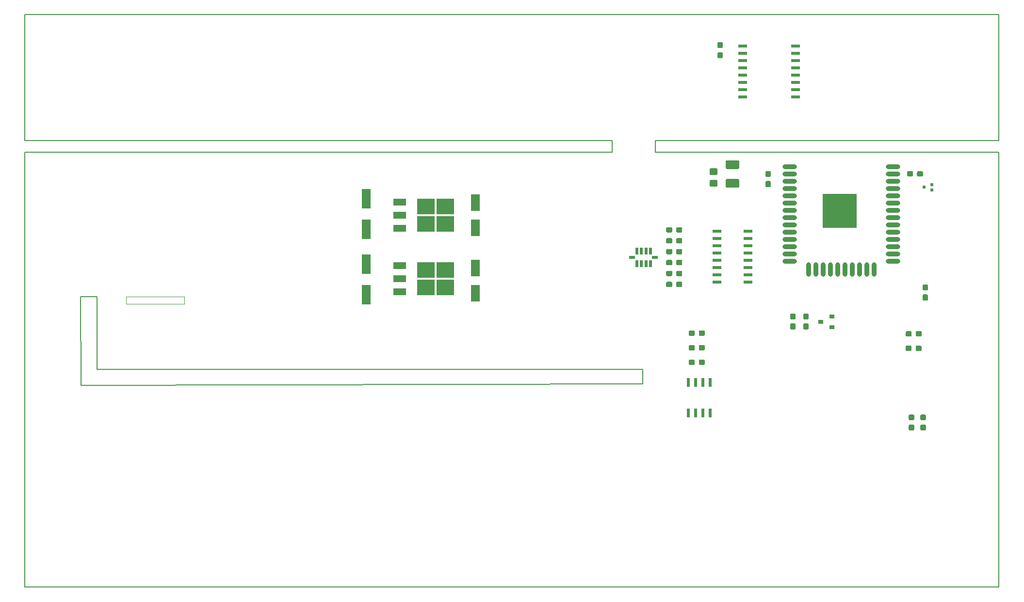
<source format=gbr>
%TF.GenerationSoftware,KiCad,Pcbnew,(6.0.0-rc1-dev-714-g3024ded91)*%
%TF.CreationDate,2018-10-09T21:15:08+01:00*%
%TF.ProjectId,AquaHub,417175614875622E6B696361645F7063,rev?*%
%TF.SameCoordinates,Original*%
%TF.FileFunction,Paste,Top*%
%TF.FilePolarity,Positive*%
%FSLAX46Y46*%
G04 Gerber Fmt 4.6, Leading zero omitted, Abs format (unit mm)*
G04 Created by KiCad (PCBNEW (6.0.0-rc1-dev-714-g3024ded91)) date 10/09/18 21:15:08*
%MOMM*%
%LPD*%
G01*
G04 APERTURE LIST*
%ADD10C,0.080000*%
%ADD11C,0.200000*%
%ADD12R,1.000000X0.500000*%
%ADD13R,0.500000X1.300000*%
%ADD14R,1.600000X3.000000*%
%ADD15C,0.150000*%
%ADD16C,1.500000*%
%ADD17R,3.050000X2.750000*%
%ADD18R,2.200000X1.200000*%
%ADD19R,0.600000X1.550000*%
%ADD20R,1.500000X0.600000*%
%ADD21C,1.150000*%
%ADD22R,1.600000X3.500000*%
%ADD23R,0.900000X0.800000*%
%ADD24C,0.950000*%
%ADD25O,2.500000X0.900000*%
%ADD26O,0.900000X2.500000*%
%ADD27R,6.000000X6.000000*%
%ADD28R,0.600000X0.500000*%
G04 APERTURE END LIST*
D10*
X55880000Y-104140000D02*
X55880000Y-102870000D01*
X66040000Y-104140000D02*
X55880000Y-104140000D01*
X66040000Y-102870000D02*
X66040000Y-104140000D01*
X55880000Y-102870000D02*
X66040000Y-102870000D01*
D11*
X50800000Y-102870000D02*
X47879000Y-102870000D01*
X50800000Y-106045000D02*
X50800000Y-102870000D01*
X146050000Y-115570000D02*
X146050000Y-118110000D01*
X140680000Y-77590000D02*
X140680000Y-75590000D01*
X148180000Y-75590000D02*
X148180000Y-77590000D01*
X148180000Y-77590000D02*
X208180000Y-77590000D01*
X208180000Y-75590000D02*
X148180000Y-75590000D01*
X208180000Y-53590000D02*
X208180000Y-75590000D01*
X38180000Y-53590000D02*
X208180000Y-53590000D01*
X38180000Y-75590000D02*
X38180000Y-53590000D01*
X140680000Y-75590000D02*
X38180000Y-75590000D01*
X48006000Y-118364000D02*
X47879000Y-102870000D01*
X146050000Y-118110000D02*
X48006000Y-118364000D01*
X50800000Y-115570000D02*
X146050000Y-115570000D01*
X50800000Y-106045000D02*
X50800000Y-115570000D01*
X38180000Y-153590000D02*
X208180000Y-153590000D01*
X38180000Y-77590000D02*
X38180000Y-153590000D01*
X140680000Y-77590000D02*
X38180000Y-77590000D01*
X208180000Y-77590000D02*
X208180000Y-153590000D01*
D12*
X144183500Y-95969000D03*
X148083500Y-95969000D03*
D13*
X147383500Y-97069000D03*
X146583500Y-97069000D03*
X145783500Y-97069000D03*
X144983500Y-97069000D03*
X144983500Y-94869000D03*
X145783500Y-94869000D03*
X146583500Y-94869000D03*
X147383500Y-94869000D03*
D14*
X116840000Y-86405000D03*
X116840000Y-90805000D03*
D15*
G36*
X162620504Y-79059204D02*
X162644773Y-79062804D01*
X162668571Y-79068765D01*
X162691671Y-79077030D01*
X162713849Y-79087520D01*
X162734893Y-79100133D01*
X162754598Y-79114747D01*
X162772777Y-79131223D01*
X162789253Y-79149402D01*
X162803867Y-79169107D01*
X162816480Y-79190151D01*
X162826970Y-79212329D01*
X162835235Y-79235429D01*
X162841196Y-79259227D01*
X162844796Y-79283496D01*
X162846000Y-79308000D01*
X162846000Y-80308000D01*
X162844796Y-80332504D01*
X162841196Y-80356773D01*
X162835235Y-80380571D01*
X162826970Y-80403671D01*
X162816480Y-80425849D01*
X162803867Y-80446893D01*
X162789253Y-80466598D01*
X162772777Y-80484777D01*
X162754598Y-80501253D01*
X162734893Y-80515867D01*
X162713849Y-80528480D01*
X162691671Y-80538970D01*
X162668571Y-80547235D01*
X162644773Y-80553196D01*
X162620504Y-80556796D01*
X162596000Y-80558000D01*
X160746000Y-80558000D01*
X160721496Y-80556796D01*
X160697227Y-80553196D01*
X160673429Y-80547235D01*
X160650329Y-80538970D01*
X160628151Y-80528480D01*
X160607107Y-80515867D01*
X160587402Y-80501253D01*
X160569223Y-80484777D01*
X160552747Y-80466598D01*
X160538133Y-80446893D01*
X160525520Y-80425849D01*
X160515030Y-80403671D01*
X160506765Y-80380571D01*
X160500804Y-80356773D01*
X160497204Y-80332504D01*
X160496000Y-80308000D01*
X160496000Y-79308000D01*
X160497204Y-79283496D01*
X160500804Y-79259227D01*
X160506765Y-79235429D01*
X160515030Y-79212329D01*
X160525520Y-79190151D01*
X160538133Y-79169107D01*
X160552747Y-79149402D01*
X160569223Y-79131223D01*
X160587402Y-79114747D01*
X160607107Y-79100133D01*
X160628151Y-79087520D01*
X160650329Y-79077030D01*
X160673429Y-79068765D01*
X160697227Y-79062804D01*
X160721496Y-79059204D01*
X160746000Y-79058000D01*
X162596000Y-79058000D01*
X162620504Y-79059204D01*
X162620504Y-79059204D01*
G37*
D16*
X161671000Y-79808000D03*
D15*
G36*
X162620504Y-82309204D02*
X162644773Y-82312804D01*
X162668571Y-82318765D01*
X162691671Y-82327030D01*
X162713849Y-82337520D01*
X162734893Y-82350133D01*
X162754598Y-82364747D01*
X162772777Y-82381223D01*
X162789253Y-82399402D01*
X162803867Y-82419107D01*
X162816480Y-82440151D01*
X162826970Y-82462329D01*
X162835235Y-82485429D01*
X162841196Y-82509227D01*
X162844796Y-82533496D01*
X162846000Y-82558000D01*
X162846000Y-83558000D01*
X162844796Y-83582504D01*
X162841196Y-83606773D01*
X162835235Y-83630571D01*
X162826970Y-83653671D01*
X162816480Y-83675849D01*
X162803867Y-83696893D01*
X162789253Y-83716598D01*
X162772777Y-83734777D01*
X162754598Y-83751253D01*
X162734893Y-83765867D01*
X162713849Y-83778480D01*
X162691671Y-83788970D01*
X162668571Y-83797235D01*
X162644773Y-83803196D01*
X162620504Y-83806796D01*
X162596000Y-83808000D01*
X160746000Y-83808000D01*
X160721496Y-83806796D01*
X160697227Y-83803196D01*
X160673429Y-83797235D01*
X160650329Y-83788970D01*
X160628151Y-83778480D01*
X160607107Y-83765867D01*
X160587402Y-83751253D01*
X160569223Y-83734777D01*
X160552747Y-83716598D01*
X160538133Y-83696893D01*
X160525520Y-83675849D01*
X160515030Y-83653671D01*
X160506765Y-83630571D01*
X160500804Y-83606773D01*
X160497204Y-83582504D01*
X160496000Y-83558000D01*
X160496000Y-82558000D01*
X160497204Y-82533496D01*
X160500804Y-82509227D01*
X160506765Y-82485429D01*
X160515030Y-82462329D01*
X160525520Y-82440151D01*
X160538133Y-82419107D01*
X160552747Y-82399402D01*
X160569223Y-82381223D01*
X160587402Y-82364747D01*
X160607107Y-82350133D01*
X160628151Y-82337520D01*
X160650329Y-82327030D01*
X160673429Y-82318765D01*
X160697227Y-82312804D01*
X160721496Y-82309204D01*
X160746000Y-82308000D01*
X162596000Y-82308000D01*
X162620504Y-82309204D01*
X162620504Y-82309204D01*
G37*
D16*
X161671000Y-83058000D03*
D17*
X108180000Y-101220000D03*
X111530000Y-98170000D03*
X108180000Y-98170000D03*
X111530000Y-101220000D03*
D18*
X103555000Y-101975000D03*
X103555000Y-99695000D03*
X103555000Y-97415000D03*
D19*
X153932979Y-117809195D03*
X155202979Y-117809195D03*
X156472979Y-117809195D03*
X157742979Y-117809195D03*
X157742979Y-123209195D03*
X156472979Y-123209195D03*
X155202979Y-123209195D03*
X153932979Y-123209195D03*
D20*
X159004000Y-100330000D03*
X159004000Y-99060000D03*
X159004000Y-97790000D03*
X159004000Y-96520000D03*
X159004000Y-95250000D03*
X159004000Y-93980000D03*
X159004000Y-92710000D03*
X159004000Y-91440000D03*
X164404000Y-91440000D03*
X164404000Y-92710000D03*
X164404000Y-93980000D03*
X164404000Y-95250000D03*
X164404000Y-96520000D03*
X164404000Y-97790000D03*
X164404000Y-99060000D03*
X164404000Y-100330000D03*
D15*
G36*
X158843505Y-80434204D02*
X158867773Y-80437804D01*
X158891572Y-80443765D01*
X158914671Y-80452030D01*
X158936850Y-80462520D01*
X158957893Y-80475132D01*
X158977599Y-80489747D01*
X158995777Y-80506223D01*
X159012253Y-80524401D01*
X159026868Y-80544107D01*
X159039480Y-80565150D01*
X159049970Y-80587329D01*
X159058235Y-80610428D01*
X159064196Y-80634227D01*
X159067796Y-80658495D01*
X159069000Y-80682999D01*
X159069000Y-81333001D01*
X159067796Y-81357505D01*
X159064196Y-81381773D01*
X159058235Y-81405572D01*
X159049970Y-81428671D01*
X159039480Y-81450850D01*
X159026868Y-81471893D01*
X159012253Y-81491599D01*
X158995777Y-81509777D01*
X158977599Y-81526253D01*
X158957893Y-81540868D01*
X158936850Y-81553480D01*
X158914671Y-81563970D01*
X158891572Y-81572235D01*
X158867773Y-81578196D01*
X158843505Y-81581796D01*
X158819001Y-81583000D01*
X157918999Y-81583000D01*
X157894495Y-81581796D01*
X157870227Y-81578196D01*
X157846428Y-81572235D01*
X157823329Y-81563970D01*
X157801150Y-81553480D01*
X157780107Y-81540868D01*
X157760401Y-81526253D01*
X157742223Y-81509777D01*
X157725747Y-81491599D01*
X157711132Y-81471893D01*
X157698520Y-81450850D01*
X157688030Y-81428671D01*
X157679765Y-81405572D01*
X157673804Y-81381773D01*
X157670204Y-81357505D01*
X157669000Y-81333001D01*
X157669000Y-80682999D01*
X157670204Y-80658495D01*
X157673804Y-80634227D01*
X157679765Y-80610428D01*
X157688030Y-80587329D01*
X157698520Y-80565150D01*
X157711132Y-80544107D01*
X157725747Y-80524401D01*
X157742223Y-80506223D01*
X157760401Y-80489747D01*
X157780107Y-80475132D01*
X157801150Y-80462520D01*
X157823329Y-80452030D01*
X157846428Y-80443765D01*
X157870227Y-80437804D01*
X157894495Y-80434204D01*
X157918999Y-80433000D01*
X158819001Y-80433000D01*
X158843505Y-80434204D01*
X158843505Y-80434204D01*
G37*
D21*
X158369000Y-81008000D03*
D15*
G36*
X158843505Y-82484204D02*
X158867773Y-82487804D01*
X158891572Y-82493765D01*
X158914671Y-82502030D01*
X158936850Y-82512520D01*
X158957893Y-82525132D01*
X158977599Y-82539747D01*
X158995777Y-82556223D01*
X159012253Y-82574401D01*
X159026868Y-82594107D01*
X159039480Y-82615150D01*
X159049970Y-82637329D01*
X159058235Y-82660428D01*
X159064196Y-82684227D01*
X159067796Y-82708495D01*
X159069000Y-82732999D01*
X159069000Y-83383001D01*
X159067796Y-83407505D01*
X159064196Y-83431773D01*
X159058235Y-83455572D01*
X159049970Y-83478671D01*
X159039480Y-83500850D01*
X159026868Y-83521893D01*
X159012253Y-83541599D01*
X158995777Y-83559777D01*
X158977599Y-83576253D01*
X158957893Y-83590868D01*
X158936850Y-83603480D01*
X158914671Y-83613970D01*
X158891572Y-83622235D01*
X158867773Y-83628196D01*
X158843505Y-83631796D01*
X158819001Y-83633000D01*
X157918999Y-83633000D01*
X157894495Y-83631796D01*
X157870227Y-83628196D01*
X157846428Y-83622235D01*
X157823329Y-83613970D01*
X157801150Y-83603480D01*
X157780107Y-83590868D01*
X157760401Y-83576253D01*
X157742223Y-83559777D01*
X157725747Y-83541599D01*
X157711132Y-83521893D01*
X157698520Y-83500850D01*
X157688030Y-83478671D01*
X157679765Y-83455572D01*
X157673804Y-83431773D01*
X157670204Y-83407505D01*
X157669000Y-83383001D01*
X157669000Y-82732999D01*
X157670204Y-82708495D01*
X157673804Y-82684227D01*
X157679765Y-82660428D01*
X157688030Y-82637329D01*
X157698520Y-82615150D01*
X157711132Y-82594107D01*
X157725747Y-82574401D01*
X157742223Y-82556223D01*
X157760401Y-82539747D01*
X157780107Y-82525132D01*
X157801150Y-82512520D01*
X157823329Y-82502030D01*
X157846428Y-82493765D01*
X157870227Y-82487804D01*
X157894495Y-82484204D01*
X157918999Y-82483000D01*
X158819001Y-82483000D01*
X158843505Y-82484204D01*
X158843505Y-82484204D01*
G37*
D21*
X158369000Y-83058000D03*
D22*
X97790000Y-85725000D03*
X97790000Y-91125000D03*
X97790000Y-97155000D03*
X97790000Y-102555000D03*
D14*
X116840000Y-97835000D03*
X116840000Y-102235000D03*
D17*
X108180000Y-90170000D03*
X111530000Y-87120000D03*
X108180000Y-87120000D03*
X111530000Y-90170000D03*
D18*
X103555000Y-90925000D03*
X103555000Y-88645000D03*
X103555000Y-86365000D03*
D23*
X177070000Y-107254000D03*
X179070000Y-106304000D03*
X179070000Y-108204000D03*
D15*
G36*
X154874779Y-108746144D02*
X154897834Y-108749563D01*
X154920443Y-108755227D01*
X154942387Y-108763079D01*
X154963457Y-108773044D01*
X154983448Y-108785026D01*
X155002168Y-108798910D01*
X155019438Y-108814562D01*
X155035090Y-108831832D01*
X155048974Y-108850552D01*
X155060956Y-108870543D01*
X155070921Y-108891613D01*
X155078773Y-108913557D01*
X155084437Y-108936166D01*
X155087856Y-108959221D01*
X155089000Y-108982500D01*
X155089000Y-109457500D01*
X155087856Y-109480779D01*
X155084437Y-109503834D01*
X155078773Y-109526443D01*
X155070921Y-109548387D01*
X155060956Y-109569457D01*
X155048974Y-109589448D01*
X155035090Y-109608168D01*
X155019438Y-109625438D01*
X155002168Y-109641090D01*
X154983448Y-109654974D01*
X154963457Y-109666956D01*
X154942387Y-109676921D01*
X154920443Y-109684773D01*
X154897834Y-109690437D01*
X154874779Y-109693856D01*
X154851500Y-109695000D01*
X154276500Y-109695000D01*
X154253221Y-109693856D01*
X154230166Y-109690437D01*
X154207557Y-109684773D01*
X154185613Y-109676921D01*
X154164543Y-109666956D01*
X154144552Y-109654974D01*
X154125832Y-109641090D01*
X154108562Y-109625438D01*
X154092910Y-109608168D01*
X154079026Y-109589448D01*
X154067044Y-109569457D01*
X154057079Y-109548387D01*
X154049227Y-109526443D01*
X154043563Y-109503834D01*
X154040144Y-109480779D01*
X154039000Y-109457500D01*
X154039000Y-108982500D01*
X154040144Y-108959221D01*
X154043563Y-108936166D01*
X154049227Y-108913557D01*
X154057079Y-108891613D01*
X154067044Y-108870543D01*
X154079026Y-108850552D01*
X154092910Y-108831832D01*
X154108562Y-108814562D01*
X154125832Y-108798910D01*
X154144552Y-108785026D01*
X154164543Y-108773044D01*
X154185613Y-108763079D01*
X154207557Y-108755227D01*
X154230166Y-108749563D01*
X154253221Y-108746144D01*
X154276500Y-108745000D01*
X154851500Y-108745000D01*
X154874779Y-108746144D01*
X154874779Y-108746144D01*
G37*
D24*
X154564000Y-109220000D03*
D15*
G36*
X156624779Y-108746144D02*
X156647834Y-108749563D01*
X156670443Y-108755227D01*
X156692387Y-108763079D01*
X156713457Y-108773044D01*
X156733448Y-108785026D01*
X156752168Y-108798910D01*
X156769438Y-108814562D01*
X156785090Y-108831832D01*
X156798974Y-108850552D01*
X156810956Y-108870543D01*
X156820921Y-108891613D01*
X156828773Y-108913557D01*
X156834437Y-108936166D01*
X156837856Y-108959221D01*
X156839000Y-108982500D01*
X156839000Y-109457500D01*
X156837856Y-109480779D01*
X156834437Y-109503834D01*
X156828773Y-109526443D01*
X156820921Y-109548387D01*
X156810956Y-109569457D01*
X156798974Y-109589448D01*
X156785090Y-109608168D01*
X156769438Y-109625438D01*
X156752168Y-109641090D01*
X156733448Y-109654974D01*
X156713457Y-109666956D01*
X156692387Y-109676921D01*
X156670443Y-109684773D01*
X156647834Y-109690437D01*
X156624779Y-109693856D01*
X156601500Y-109695000D01*
X156026500Y-109695000D01*
X156003221Y-109693856D01*
X155980166Y-109690437D01*
X155957557Y-109684773D01*
X155935613Y-109676921D01*
X155914543Y-109666956D01*
X155894552Y-109654974D01*
X155875832Y-109641090D01*
X155858562Y-109625438D01*
X155842910Y-109608168D01*
X155829026Y-109589448D01*
X155817044Y-109569457D01*
X155807079Y-109548387D01*
X155799227Y-109526443D01*
X155793563Y-109503834D01*
X155790144Y-109480779D01*
X155789000Y-109457500D01*
X155789000Y-108982500D01*
X155790144Y-108959221D01*
X155793563Y-108936166D01*
X155799227Y-108913557D01*
X155807079Y-108891613D01*
X155817044Y-108870543D01*
X155829026Y-108850552D01*
X155842910Y-108831832D01*
X155858562Y-108814562D01*
X155875832Y-108798910D01*
X155894552Y-108785026D01*
X155914543Y-108773044D01*
X155935613Y-108763079D01*
X155957557Y-108755227D01*
X155980166Y-108749563D01*
X156003221Y-108746144D01*
X156026500Y-108745000D01*
X156601500Y-108745000D01*
X156624779Y-108746144D01*
X156624779Y-108746144D01*
G37*
D24*
X156314000Y-109220000D03*
D15*
G36*
X156624779Y-113826144D02*
X156647834Y-113829563D01*
X156670443Y-113835227D01*
X156692387Y-113843079D01*
X156713457Y-113853044D01*
X156733448Y-113865026D01*
X156752168Y-113878910D01*
X156769438Y-113894562D01*
X156785090Y-113911832D01*
X156798974Y-113930552D01*
X156810956Y-113950543D01*
X156820921Y-113971613D01*
X156828773Y-113993557D01*
X156834437Y-114016166D01*
X156837856Y-114039221D01*
X156839000Y-114062500D01*
X156839000Y-114537500D01*
X156837856Y-114560779D01*
X156834437Y-114583834D01*
X156828773Y-114606443D01*
X156820921Y-114628387D01*
X156810956Y-114649457D01*
X156798974Y-114669448D01*
X156785090Y-114688168D01*
X156769438Y-114705438D01*
X156752168Y-114721090D01*
X156733448Y-114734974D01*
X156713457Y-114746956D01*
X156692387Y-114756921D01*
X156670443Y-114764773D01*
X156647834Y-114770437D01*
X156624779Y-114773856D01*
X156601500Y-114775000D01*
X156026500Y-114775000D01*
X156003221Y-114773856D01*
X155980166Y-114770437D01*
X155957557Y-114764773D01*
X155935613Y-114756921D01*
X155914543Y-114746956D01*
X155894552Y-114734974D01*
X155875832Y-114721090D01*
X155858562Y-114705438D01*
X155842910Y-114688168D01*
X155829026Y-114669448D01*
X155817044Y-114649457D01*
X155807079Y-114628387D01*
X155799227Y-114606443D01*
X155793563Y-114583834D01*
X155790144Y-114560779D01*
X155789000Y-114537500D01*
X155789000Y-114062500D01*
X155790144Y-114039221D01*
X155793563Y-114016166D01*
X155799227Y-113993557D01*
X155807079Y-113971613D01*
X155817044Y-113950543D01*
X155829026Y-113930552D01*
X155842910Y-113911832D01*
X155858562Y-113894562D01*
X155875832Y-113878910D01*
X155894552Y-113865026D01*
X155914543Y-113853044D01*
X155935613Y-113843079D01*
X155957557Y-113835227D01*
X155980166Y-113829563D01*
X156003221Y-113826144D01*
X156026500Y-113825000D01*
X156601500Y-113825000D01*
X156624779Y-113826144D01*
X156624779Y-113826144D01*
G37*
D24*
X156314000Y-114300000D03*
D15*
G36*
X154874779Y-113826144D02*
X154897834Y-113829563D01*
X154920443Y-113835227D01*
X154942387Y-113843079D01*
X154963457Y-113853044D01*
X154983448Y-113865026D01*
X155002168Y-113878910D01*
X155019438Y-113894562D01*
X155035090Y-113911832D01*
X155048974Y-113930552D01*
X155060956Y-113950543D01*
X155070921Y-113971613D01*
X155078773Y-113993557D01*
X155084437Y-114016166D01*
X155087856Y-114039221D01*
X155089000Y-114062500D01*
X155089000Y-114537500D01*
X155087856Y-114560779D01*
X155084437Y-114583834D01*
X155078773Y-114606443D01*
X155070921Y-114628387D01*
X155060956Y-114649457D01*
X155048974Y-114669448D01*
X155035090Y-114688168D01*
X155019438Y-114705438D01*
X155002168Y-114721090D01*
X154983448Y-114734974D01*
X154963457Y-114746956D01*
X154942387Y-114756921D01*
X154920443Y-114764773D01*
X154897834Y-114770437D01*
X154874779Y-114773856D01*
X154851500Y-114775000D01*
X154276500Y-114775000D01*
X154253221Y-114773856D01*
X154230166Y-114770437D01*
X154207557Y-114764773D01*
X154185613Y-114756921D01*
X154164543Y-114746956D01*
X154144552Y-114734974D01*
X154125832Y-114721090D01*
X154108562Y-114705438D01*
X154092910Y-114688168D01*
X154079026Y-114669448D01*
X154067044Y-114649457D01*
X154057079Y-114628387D01*
X154049227Y-114606443D01*
X154043563Y-114583834D01*
X154040144Y-114560779D01*
X154039000Y-114537500D01*
X154039000Y-114062500D01*
X154040144Y-114039221D01*
X154043563Y-114016166D01*
X154049227Y-113993557D01*
X154057079Y-113971613D01*
X154067044Y-113950543D01*
X154079026Y-113930552D01*
X154092910Y-113911832D01*
X154108562Y-113894562D01*
X154125832Y-113878910D01*
X154144552Y-113865026D01*
X154164543Y-113853044D01*
X154185613Y-113843079D01*
X154207557Y-113835227D01*
X154230166Y-113829563D01*
X154253221Y-113826144D01*
X154276500Y-113825000D01*
X154851500Y-113825000D01*
X154874779Y-113826144D01*
X154874779Y-113826144D01*
G37*
D24*
X154564000Y-114300000D03*
D15*
G36*
X150937779Y-90712144D02*
X150960834Y-90715563D01*
X150983443Y-90721227D01*
X151005387Y-90729079D01*
X151026457Y-90739044D01*
X151046448Y-90751026D01*
X151065168Y-90764910D01*
X151082438Y-90780562D01*
X151098090Y-90797832D01*
X151111974Y-90816552D01*
X151123956Y-90836543D01*
X151133921Y-90857613D01*
X151141773Y-90879557D01*
X151147437Y-90902166D01*
X151150856Y-90925221D01*
X151152000Y-90948500D01*
X151152000Y-91423500D01*
X151150856Y-91446779D01*
X151147437Y-91469834D01*
X151141773Y-91492443D01*
X151133921Y-91514387D01*
X151123956Y-91535457D01*
X151111974Y-91555448D01*
X151098090Y-91574168D01*
X151082438Y-91591438D01*
X151065168Y-91607090D01*
X151046448Y-91620974D01*
X151026457Y-91632956D01*
X151005387Y-91642921D01*
X150983443Y-91650773D01*
X150960834Y-91656437D01*
X150937779Y-91659856D01*
X150914500Y-91661000D01*
X150339500Y-91661000D01*
X150316221Y-91659856D01*
X150293166Y-91656437D01*
X150270557Y-91650773D01*
X150248613Y-91642921D01*
X150227543Y-91632956D01*
X150207552Y-91620974D01*
X150188832Y-91607090D01*
X150171562Y-91591438D01*
X150155910Y-91574168D01*
X150142026Y-91555448D01*
X150130044Y-91535457D01*
X150120079Y-91514387D01*
X150112227Y-91492443D01*
X150106563Y-91469834D01*
X150103144Y-91446779D01*
X150102000Y-91423500D01*
X150102000Y-90948500D01*
X150103144Y-90925221D01*
X150106563Y-90902166D01*
X150112227Y-90879557D01*
X150120079Y-90857613D01*
X150130044Y-90836543D01*
X150142026Y-90816552D01*
X150155910Y-90797832D01*
X150171562Y-90780562D01*
X150188832Y-90764910D01*
X150207552Y-90751026D01*
X150227543Y-90739044D01*
X150248613Y-90729079D01*
X150270557Y-90721227D01*
X150293166Y-90715563D01*
X150316221Y-90712144D01*
X150339500Y-90711000D01*
X150914500Y-90711000D01*
X150937779Y-90712144D01*
X150937779Y-90712144D01*
G37*
D24*
X150627000Y-91186000D03*
D15*
G36*
X152687779Y-90712144D02*
X152710834Y-90715563D01*
X152733443Y-90721227D01*
X152755387Y-90729079D01*
X152776457Y-90739044D01*
X152796448Y-90751026D01*
X152815168Y-90764910D01*
X152832438Y-90780562D01*
X152848090Y-90797832D01*
X152861974Y-90816552D01*
X152873956Y-90836543D01*
X152883921Y-90857613D01*
X152891773Y-90879557D01*
X152897437Y-90902166D01*
X152900856Y-90925221D01*
X152902000Y-90948500D01*
X152902000Y-91423500D01*
X152900856Y-91446779D01*
X152897437Y-91469834D01*
X152891773Y-91492443D01*
X152883921Y-91514387D01*
X152873956Y-91535457D01*
X152861974Y-91555448D01*
X152848090Y-91574168D01*
X152832438Y-91591438D01*
X152815168Y-91607090D01*
X152796448Y-91620974D01*
X152776457Y-91632956D01*
X152755387Y-91642921D01*
X152733443Y-91650773D01*
X152710834Y-91656437D01*
X152687779Y-91659856D01*
X152664500Y-91661000D01*
X152089500Y-91661000D01*
X152066221Y-91659856D01*
X152043166Y-91656437D01*
X152020557Y-91650773D01*
X151998613Y-91642921D01*
X151977543Y-91632956D01*
X151957552Y-91620974D01*
X151938832Y-91607090D01*
X151921562Y-91591438D01*
X151905910Y-91574168D01*
X151892026Y-91555448D01*
X151880044Y-91535457D01*
X151870079Y-91514387D01*
X151862227Y-91492443D01*
X151856563Y-91469834D01*
X151853144Y-91446779D01*
X151852000Y-91423500D01*
X151852000Y-90948500D01*
X151853144Y-90925221D01*
X151856563Y-90902166D01*
X151862227Y-90879557D01*
X151870079Y-90857613D01*
X151880044Y-90836543D01*
X151892026Y-90816552D01*
X151905910Y-90797832D01*
X151921562Y-90780562D01*
X151938832Y-90764910D01*
X151957552Y-90751026D01*
X151977543Y-90739044D01*
X151998613Y-90729079D01*
X152020557Y-90721227D01*
X152043166Y-90715563D01*
X152066221Y-90712144D01*
X152089500Y-90711000D01*
X152664500Y-90711000D01*
X152687779Y-90712144D01*
X152687779Y-90712144D01*
G37*
D24*
X152377000Y-91186000D03*
D15*
G36*
X150937779Y-92617144D02*
X150960834Y-92620563D01*
X150983443Y-92626227D01*
X151005387Y-92634079D01*
X151026457Y-92644044D01*
X151046448Y-92656026D01*
X151065168Y-92669910D01*
X151082438Y-92685562D01*
X151098090Y-92702832D01*
X151111974Y-92721552D01*
X151123956Y-92741543D01*
X151133921Y-92762613D01*
X151141773Y-92784557D01*
X151147437Y-92807166D01*
X151150856Y-92830221D01*
X151152000Y-92853500D01*
X151152000Y-93328500D01*
X151150856Y-93351779D01*
X151147437Y-93374834D01*
X151141773Y-93397443D01*
X151133921Y-93419387D01*
X151123956Y-93440457D01*
X151111974Y-93460448D01*
X151098090Y-93479168D01*
X151082438Y-93496438D01*
X151065168Y-93512090D01*
X151046448Y-93525974D01*
X151026457Y-93537956D01*
X151005387Y-93547921D01*
X150983443Y-93555773D01*
X150960834Y-93561437D01*
X150937779Y-93564856D01*
X150914500Y-93566000D01*
X150339500Y-93566000D01*
X150316221Y-93564856D01*
X150293166Y-93561437D01*
X150270557Y-93555773D01*
X150248613Y-93547921D01*
X150227543Y-93537956D01*
X150207552Y-93525974D01*
X150188832Y-93512090D01*
X150171562Y-93496438D01*
X150155910Y-93479168D01*
X150142026Y-93460448D01*
X150130044Y-93440457D01*
X150120079Y-93419387D01*
X150112227Y-93397443D01*
X150106563Y-93374834D01*
X150103144Y-93351779D01*
X150102000Y-93328500D01*
X150102000Y-92853500D01*
X150103144Y-92830221D01*
X150106563Y-92807166D01*
X150112227Y-92784557D01*
X150120079Y-92762613D01*
X150130044Y-92741543D01*
X150142026Y-92721552D01*
X150155910Y-92702832D01*
X150171562Y-92685562D01*
X150188832Y-92669910D01*
X150207552Y-92656026D01*
X150227543Y-92644044D01*
X150248613Y-92634079D01*
X150270557Y-92626227D01*
X150293166Y-92620563D01*
X150316221Y-92617144D01*
X150339500Y-92616000D01*
X150914500Y-92616000D01*
X150937779Y-92617144D01*
X150937779Y-92617144D01*
G37*
D24*
X150627000Y-93091000D03*
D15*
G36*
X152687779Y-92617144D02*
X152710834Y-92620563D01*
X152733443Y-92626227D01*
X152755387Y-92634079D01*
X152776457Y-92644044D01*
X152796448Y-92656026D01*
X152815168Y-92669910D01*
X152832438Y-92685562D01*
X152848090Y-92702832D01*
X152861974Y-92721552D01*
X152873956Y-92741543D01*
X152883921Y-92762613D01*
X152891773Y-92784557D01*
X152897437Y-92807166D01*
X152900856Y-92830221D01*
X152902000Y-92853500D01*
X152902000Y-93328500D01*
X152900856Y-93351779D01*
X152897437Y-93374834D01*
X152891773Y-93397443D01*
X152883921Y-93419387D01*
X152873956Y-93440457D01*
X152861974Y-93460448D01*
X152848090Y-93479168D01*
X152832438Y-93496438D01*
X152815168Y-93512090D01*
X152796448Y-93525974D01*
X152776457Y-93537956D01*
X152755387Y-93547921D01*
X152733443Y-93555773D01*
X152710834Y-93561437D01*
X152687779Y-93564856D01*
X152664500Y-93566000D01*
X152089500Y-93566000D01*
X152066221Y-93564856D01*
X152043166Y-93561437D01*
X152020557Y-93555773D01*
X151998613Y-93547921D01*
X151977543Y-93537956D01*
X151957552Y-93525974D01*
X151938832Y-93512090D01*
X151921562Y-93496438D01*
X151905910Y-93479168D01*
X151892026Y-93460448D01*
X151880044Y-93440457D01*
X151870079Y-93419387D01*
X151862227Y-93397443D01*
X151856563Y-93374834D01*
X151853144Y-93351779D01*
X151852000Y-93328500D01*
X151852000Y-92853500D01*
X151853144Y-92830221D01*
X151856563Y-92807166D01*
X151862227Y-92784557D01*
X151870079Y-92762613D01*
X151880044Y-92741543D01*
X151892026Y-92721552D01*
X151905910Y-92702832D01*
X151921562Y-92685562D01*
X151938832Y-92669910D01*
X151957552Y-92656026D01*
X151977543Y-92644044D01*
X151998613Y-92634079D01*
X152020557Y-92626227D01*
X152043166Y-92620563D01*
X152066221Y-92617144D01*
X152089500Y-92616000D01*
X152664500Y-92616000D01*
X152687779Y-92617144D01*
X152687779Y-92617144D01*
G37*
D24*
X152377000Y-93091000D03*
D15*
G36*
X150937779Y-94522144D02*
X150960834Y-94525563D01*
X150983443Y-94531227D01*
X151005387Y-94539079D01*
X151026457Y-94549044D01*
X151046448Y-94561026D01*
X151065168Y-94574910D01*
X151082438Y-94590562D01*
X151098090Y-94607832D01*
X151111974Y-94626552D01*
X151123956Y-94646543D01*
X151133921Y-94667613D01*
X151141773Y-94689557D01*
X151147437Y-94712166D01*
X151150856Y-94735221D01*
X151152000Y-94758500D01*
X151152000Y-95233500D01*
X151150856Y-95256779D01*
X151147437Y-95279834D01*
X151141773Y-95302443D01*
X151133921Y-95324387D01*
X151123956Y-95345457D01*
X151111974Y-95365448D01*
X151098090Y-95384168D01*
X151082438Y-95401438D01*
X151065168Y-95417090D01*
X151046448Y-95430974D01*
X151026457Y-95442956D01*
X151005387Y-95452921D01*
X150983443Y-95460773D01*
X150960834Y-95466437D01*
X150937779Y-95469856D01*
X150914500Y-95471000D01*
X150339500Y-95471000D01*
X150316221Y-95469856D01*
X150293166Y-95466437D01*
X150270557Y-95460773D01*
X150248613Y-95452921D01*
X150227543Y-95442956D01*
X150207552Y-95430974D01*
X150188832Y-95417090D01*
X150171562Y-95401438D01*
X150155910Y-95384168D01*
X150142026Y-95365448D01*
X150130044Y-95345457D01*
X150120079Y-95324387D01*
X150112227Y-95302443D01*
X150106563Y-95279834D01*
X150103144Y-95256779D01*
X150102000Y-95233500D01*
X150102000Y-94758500D01*
X150103144Y-94735221D01*
X150106563Y-94712166D01*
X150112227Y-94689557D01*
X150120079Y-94667613D01*
X150130044Y-94646543D01*
X150142026Y-94626552D01*
X150155910Y-94607832D01*
X150171562Y-94590562D01*
X150188832Y-94574910D01*
X150207552Y-94561026D01*
X150227543Y-94549044D01*
X150248613Y-94539079D01*
X150270557Y-94531227D01*
X150293166Y-94525563D01*
X150316221Y-94522144D01*
X150339500Y-94521000D01*
X150914500Y-94521000D01*
X150937779Y-94522144D01*
X150937779Y-94522144D01*
G37*
D24*
X150627000Y-94996000D03*
D15*
G36*
X152687779Y-94522144D02*
X152710834Y-94525563D01*
X152733443Y-94531227D01*
X152755387Y-94539079D01*
X152776457Y-94549044D01*
X152796448Y-94561026D01*
X152815168Y-94574910D01*
X152832438Y-94590562D01*
X152848090Y-94607832D01*
X152861974Y-94626552D01*
X152873956Y-94646543D01*
X152883921Y-94667613D01*
X152891773Y-94689557D01*
X152897437Y-94712166D01*
X152900856Y-94735221D01*
X152902000Y-94758500D01*
X152902000Y-95233500D01*
X152900856Y-95256779D01*
X152897437Y-95279834D01*
X152891773Y-95302443D01*
X152883921Y-95324387D01*
X152873956Y-95345457D01*
X152861974Y-95365448D01*
X152848090Y-95384168D01*
X152832438Y-95401438D01*
X152815168Y-95417090D01*
X152796448Y-95430974D01*
X152776457Y-95442956D01*
X152755387Y-95452921D01*
X152733443Y-95460773D01*
X152710834Y-95466437D01*
X152687779Y-95469856D01*
X152664500Y-95471000D01*
X152089500Y-95471000D01*
X152066221Y-95469856D01*
X152043166Y-95466437D01*
X152020557Y-95460773D01*
X151998613Y-95452921D01*
X151977543Y-95442956D01*
X151957552Y-95430974D01*
X151938832Y-95417090D01*
X151921562Y-95401438D01*
X151905910Y-95384168D01*
X151892026Y-95365448D01*
X151880044Y-95345457D01*
X151870079Y-95324387D01*
X151862227Y-95302443D01*
X151856563Y-95279834D01*
X151853144Y-95256779D01*
X151852000Y-95233500D01*
X151852000Y-94758500D01*
X151853144Y-94735221D01*
X151856563Y-94712166D01*
X151862227Y-94689557D01*
X151870079Y-94667613D01*
X151880044Y-94646543D01*
X151892026Y-94626552D01*
X151905910Y-94607832D01*
X151921562Y-94590562D01*
X151938832Y-94574910D01*
X151957552Y-94561026D01*
X151977543Y-94549044D01*
X151998613Y-94539079D01*
X152020557Y-94531227D01*
X152043166Y-94525563D01*
X152066221Y-94522144D01*
X152089500Y-94521000D01*
X152664500Y-94521000D01*
X152687779Y-94522144D01*
X152687779Y-94522144D01*
G37*
D24*
X152377000Y-94996000D03*
D15*
G36*
X150937779Y-96427144D02*
X150960834Y-96430563D01*
X150983443Y-96436227D01*
X151005387Y-96444079D01*
X151026457Y-96454044D01*
X151046448Y-96466026D01*
X151065168Y-96479910D01*
X151082438Y-96495562D01*
X151098090Y-96512832D01*
X151111974Y-96531552D01*
X151123956Y-96551543D01*
X151133921Y-96572613D01*
X151141773Y-96594557D01*
X151147437Y-96617166D01*
X151150856Y-96640221D01*
X151152000Y-96663500D01*
X151152000Y-97138500D01*
X151150856Y-97161779D01*
X151147437Y-97184834D01*
X151141773Y-97207443D01*
X151133921Y-97229387D01*
X151123956Y-97250457D01*
X151111974Y-97270448D01*
X151098090Y-97289168D01*
X151082438Y-97306438D01*
X151065168Y-97322090D01*
X151046448Y-97335974D01*
X151026457Y-97347956D01*
X151005387Y-97357921D01*
X150983443Y-97365773D01*
X150960834Y-97371437D01*
X150937779Y-97374856D01*
X150914500Y-97376000D01*
X150339500Y-97376000D01*
X150316221Y-97374856D01*
X150293166Y-97371437D01*
X150270557Y-97365773D01*
X150248613Y-97357921D01*
X150227543Y-97347956D01*
X150207552Y-97335974D01*
X150188832Y-97322090D01*
X150171562Y-97306438D01*
X150155910Y-97289168D01*
X150142026Y-97270448D01*
X150130044Y-97250457D01*
X150120079Y-97229387D01*
X150112227Y-97207443D01*
X150106563Y-97184834D01*
X150103144Y-97161779D01*
X150102000Y-97138500D01*
X150102000Y-96663500D01*
X150103144Y-96640221D01*
X150106563Y-96617166D01*
X150112227Y-96594557D01*
X150120079Y-96572613D01*
X150130044Y-96551543D01*
X150142026Y-96531552D01*
X150155910Y-96512832D01*
X150171562Y-96495562D01*
X150188832Y-96479910D01*
X150207552Y-96466026D01*
X150227543Y-96454044D01*
X150248613Y-96444079D01*
X150270557Y-96436227D01*
X150293166Y-96430563D01*
X150316221Y-96427144D01*
X150339500Y-96426000D01*
X150914500Y-96426000D01*
X150937779Y-96427144D01*
X150937779Y-96427144D01*
G37*
D24*
X150627000Y-96901000D03*
D15*
G36*
X152687779Y-96427144D02*
X152710834Y-96430563D01*
X152733443Y-96436227D01*
X152755387Y-96444079D01*
X152776457Y-96454044D01*
X152796448Y-96466026D01*
X152815168Y-96479910D01*
X152832438Y-96495562D01*
X152848090Y-96512832D01*
X152861974Y-96531552D01*
X152873956Y-96551543D01*
X152883921Y-96572613D01*
X152891773Y-96594557D01*
X152897437Y-96617166D01*
X152900856Y-96640221D01*
X152902000Y-96663500D01*
X152902000Y-97138500D01*
X152900856Y-97161779D01*
X152897437Y-97184834D01*
X152891773Y-97207443D01*
X152883921Y-97229387D01*
X152873956Y-97250457D01*
X152861974Y-97270448D01*
X152848090Y-97289168D01*
X152832438Y-97306438D01*
X152815168Y-97322090D01*
X152796448Y-97335974D01*
X152776457Y-97347956D01*
X152755387Y-97357921D01*
X152733443Y-97365773D01*
X152710834Y-97371437D01*
X152687779Y-97374856D01*
X152664500Y-97376000D01*
X152089500Y-97376000D01*
X152066221Y-97374856D01*
X152043166Y-97371437D01*
X152020557Y-97365773D01*
X151998613Y-97357921D01*
X151977543Y-97347956D01*
X151957552Y-97335974D01*
X151938832Y-97322090D01*
X151921562Y-97306438D01*
X151905910Y-97289168D01*
X151892026Y-97270448D01*
X151880044Y-97250457D01*
X151870079Y-97229387D01*
X151862227Y-97207443D01*
X151856563Y-97184834D01*
X151853144Y-97161779D01*
X151852000Y-97138500D01*
X151852000Y-96663500D01*
X151853144Y-96640221D01*
X151856563Y-96617166D01*
X151862227Y-96594557D01*
X151870079Y-96572613D01*
X151880044Y-96551543D01*
X151892026Y-96531552D01*
X151905910Y-96512832D01*
X151921562Y-96495562D01*
X151938832Y-96479910D01*
X151957552Y-96466026D01*
X151977543Y-96454044D01*
X151998613Y-96444079D01*
X152020557Y-96436227D01*
X152043166Y-96430563D01*
X152066221Y-96427144D01*
X152089500Y-96426000D01*
X152664500Y-96426000D01*
X152687779Y-96427144D01*
X152687779Y-96427144D01*
G37*
D24*
X152377000Y-96901000D03*
D15*
G36*
X150937779Y-98332144D02*
X150960834Y-98335563D01*
X150983443Y-98341227D01*
X151005387Y-98349079D01*
X151026457Y-98359044D01*
X151046448Y-98371026D01*
X151065168Y-98384910D01*
X151082438Y-98400562D01*
X151098090Y-98417832D01*
X151111974Y-98436552D01*
X151123956Y-98456543D01*
X151133921Y-98477613D01*
X151141773Y-98499557D01*
X151147437Y-98522166D01*
X151150856Y-98545221D01*
X151152000Y-98568500D01*
X151152000Y-99043500D01*
X151150856Y-99066779D01*
X151147437Y-99089834D01*
X151141773Y-99112443D01*
X151133921Y-99134387D01*
X151123956Y-99155457D01*
X151111974Y-99175448D01*
X151098090Y-99194168D01*
X151082438Y-99211438D01*
X151065168Y-99227090D01*
X151046448Y-99240974D01*
X151026457Y-99252956D01*
X151005387Y-99262921D01*
X150983443Y-99270773D01*
X150960834Y-99276437D01*
X150937779Y-99279856D01*
X150914500Y-99281000D01*
X150339500Y-99281000D01*
X150316221Y-99279856D01*
X150293166Y-99276437D01*
X150270557Y-99270773D01*
X150248613Y-99262921D01*
X150227543Y-99252956D01*
X150207552Y-99240974D01*
X150188832Y-99227090D01*
X150171562Y-99211438D01*
X150155910Y-99194168D01*
X150142026Y-99175448D01*
X150130044Y-99155457D01*
X150120079Y-99134387D01*
X150112227Y-99112443D01*
X150106563Y-99089834D01*
X150103144Y-99066779D01*
X150102000Y-99043500D01*
X150102000Y-98568500D01*
X150103144Y-98545221D01*
X150106563Y-98522166D01*
X150112227Y-98499557D01*
X150120079Y-98477613D01*
X150130044Y-98456543D01*
X150142026Y-98436552D01*
X150155910Y-98417832D01*
X150171562Y-98400562D01*
X150188832Y-98384910D01*
X150207552Y-98371026D01*
X150227543Y-98359044D01*
X150248613Y-98349079D01*
X150270557Y-98341227D01*
X150293166Y-98335563D01*
X150316221Y-98332144D01*
X150339500Y-98331000D01*
X150914500Y-98331000D01*
X150937779Y-98332144D01*
X150937779Y-98332144D01*
G37*
D24*
X150627000Y-98806000D03*
D15*
G36*
X152687779Y-98332144D02*
X152710834Y-98335563D01*
X152733443Y-98341227D01*
X152755387Y-98349079D01*
X152776457Y-98359044D01*
X152796448Y-98371026D01*
X152815168Y-98384910D01*
X152832438Y-98400562D01*
X152848090Y-98417832D01*
X152861974Y-98436552D01*
X152873956Y-98456543D01*
X152883921Y-98477613D01*
X152891773Y-98499557D01*
X152897437Y-98522166D01*
X152900856Y-98545221D01*
X152902000Y-98568500D01*
X152902000Y-99043500D01*
X152900856Y-99066779D01*
X152897437Y-99089834D01*
X152891773Y-99112443D01*
X152883921Y-99134387D01*
X152873956Y-99155457D01*
X152861974Y-99175448D01*
X152848090Y-99194168D01*
X152832438Y-99211438D01*
X152815168Y-99227090D01*
X152796448Y-99240974D01*
X152776457Y-99252956D01*
X152755387Y-99262921D01*
X152733443Y-99270773D01*
X152710834Y-99276437D01*
X152687779Y-99279856D01*
X152664500Y-99281000D01*
X152089500Y-99281000D01*
X152066221Y-99279856D01*
X152043166Y-99276437D01*
X152020557Y-99270773D01*
X151998613Y-99262921D01*
X151977543Y-99252956D01*
X151957552Y-99240974D01*
X151938832Y-99227090D01*
X151921562Y-99211438D01*
X151905910Y-99194168D01*
X151892026Y-99175448D01*
X151880044Y-99155457D01*
X151870079Y-99134387D01*
X151862227Y-99112443D01*
X151856563Y-99089834D01*
X151853144Y-99066779D01*
X151852000Y-99043500D01*
X151852000Y-98568500D01*
X151853144Y-98545221D01*
X151856563Y-98522166D01*
X151862227Y-98499557D01*
X151870079Y-98477613D01*
X151880044Y-98456543D01*
X151892026Y-98436552D01*
X151905910Y-98417832D01*
X151921562Y-98400562D01*
X151938832Y-98384910D01*
X151957552Y-98371026D01*
X151977543Y-98359044D01*
X151998613Y-98349079D01*
X152020557Y-98341227D01*
X152043166Y-98335563D01*
X152066221Y-98332144D01*
X152089500Y-98331000D01*
X152664500Y-98331000D01*
X152687779Y-98332144D01*
X152687779Y-98332144D01*
G37*
D24*
X152377000Y-98806000D03*
D15*
G36*
X150937779Y-100237144D02*
X150960834Y-100240563D01*
X150983443Y-100246227D01*
X151005387Y-100254079D01*
X151026457Y-100264044D01*
X151046448Y-100276026D01*
X151065168Y-100289910D01*
X151082438Y-100305562D01*
X151098090Y-100322832D01*
X151111974Y-100341552D01*
X151123956Y-100361543D01*
X151133921Y-100382613D01*
X151141773Y-100404557D01*
X151147437Y-100427166D01*
X151150856Y-100450221D01*
X151152000Y-100473500D01*
X151152000Y-100948500D01*
X151150856Y-100971779D01*
X151147437Y-100994834D01*
X151141773Y-101017443D01*
X151133921Y-101039387D01*
X151123956Y-101060457D01*
X151111974Y-101080448D01*
X151098090Y-101099168D01*
X151082438Y-101116438D01*
X151065168Y-101132090D01*
X151046448Y-101145974D01*
X151026457Y-101157956D01*
X151005387Y-101167921D01*
X150983443Y-101175773D01*
X150960834Y-101181437D01*
X150937779Y-101184856D01*
X150914500Y-101186000D01*
X150339500Y-101186000D01*
X150316221Y-101184856D01*
X150293166Y-101181437D01*
X150270557Y-101175773D01*
X150248613Y-101167921D01*
X150227543Y-101157956D01*
X150207552Y-101145974D01*
X150188832Y-101132090D01*
X150171562Y-101116438D01*
X150155910Y-101099168D01*
X150142026Y-101080448D01*
X150130044Y-101060457D01*
X150120079Y-101039387D01*
X150112227Y-101017443D01*
X150106563Y-100994834D01*
X150103144Y-100971779D01*
X150102000Y-100948500D01*
X150102000Y-100473500D01*
X150103144Y-100450221D01*
X150106563Y-100427166D01*
X150112227Y-100404557D01*
X150120079Y-100382613D01*
X150130044Y-100361543D01*
X150142026Y-100341552D01*
X150155910Y-100322832D01*
X150171562Y-100305562D01*
X150188832Y-100289910D01*
X150207552Y-100276026D01*
X150227543Y-100264044D01*
X150248613Y-100254079D01*
X150270557Y-100246227D01*
X150293166Y-100240563D01*
X150316221Y-100237144D01*
X150339500Y-100236000D01*
X150914500Y-100236000D01*
X150937779Y-100237144D01*
X150937779Y-100237144D01*
G37*
D24*
X150627000Y-100711000D03*
D15*
G36*
X152687779Y-100237144D02*
X152710834Y-100240563D01*
X152733443Y-100246227D01*
X152755387Y-100254079D01*
X152776457Y-100264044D01*
X152796448Y-100276026D01*
X152815168Y-100289910D01*
X152832438Y-100305562D01*
X152848090Y-100322832D01*
X152861974Y-100341552D01*
X152873956Y-100361543D01*
X152883921Y-100382613D01*
X152891773Y-100404557D01*
X152897437Y-100427166D01*
X152900856Y-100450221D01*
X152902000Y-100473500D01*
X152902000Y-100948500D01*
X152900856Y-100971779D01*
X152897437Y-100994834D01*
X152891773Y-101017443D01*
X152883921Y-101039387D01*
X152873956Y-101060457D01*
X152861974Y-101080448D01*
X152848090Y-101099168D01*
X152832438Y-101116438D01*
X152815168Y-101132090D01*
X152796448Y-101145974D01*
X152776457Y-101157956D01*
X152755387Y-101167921D01*
X152733443Y-101175773D01*
X152710834Y-101181437D01*
X152687779Y-101184856D01*
X152664500Y-101186000D01*
X152089500Y-101186000D01*
X152066221Y-101184856D01*
X152043166Y-101181437D01*
X152020557Y-101175773D01*
X151998613Y-101167921D01*
X151977543Y-101157956D01*
X151957552Y-101145974D01*
X151938832Y-101132090D01*
X151921562Y-101116438D01*
X151905910Y-101099168D01*
X151892026Y-101080448D01*
X151880044Y-101060457D01*
X151870079Y-101039387D01*
X151862227Y-101017443D01*
X151856563Y-100994834D01*
X151853144Y-100971779D01*
X151852000Y-100948500D01*
X151852000Y-100473500D01*
X151853144Y-100450221D01*
X151856563Y-100427166D01*
X151862227Y-100404557D01*
X151870079Y-100382613D01*
X151880044Y-100361543D01*
X151892026Y-100341552D01*
X151905910Y-100322832D01*
X151921562Y-100305562D01*
X151938832Y-100289910D01*
X151957552Y-100276026D01*
X151977543Y-100264044D01*
X151998613Y-100254079D01*
X152020557Y-100246227D01*
X152043166Y-100240563D01*
X152066221Y-100237144D01*
X152089500Y-100236000D01*
X152664500Y-100236000D01*
X152687779Y-100237144D01*
X152687779Y-100237144D01*
G37*
D24*
X152377000Y-100711000D03*
D20*
X172720000Y-59055000D03*
X172720000Y-60325000D03*
X172720000Y-61595000D03*
X172720000Y-62865000D03*
X172720000Y-64135000D03*
X172720000Y-65405000D03*
X172720000Y-66675000D03*
X172720000Y-67945000D03*
X163420000Y-67945000D03*
X163420000Y-66675000D03*
X163420000Y-65405000D03*
X163420000Y-64135000D03*
X163420000Y-62865000D03*
X163420000Y-61595000D03*
X163420000Y-60325000D03*
X163420000Y-59055000D03*
D15*
G36*
X194470779Y-111413144D02*
X194493834Y-111416563D01*
X194516443Y-111422227D01*
X194538387Y-111430079D01*
X194559457Y-111440044D01*
X194579448Y-111452026D01*
X194598168Y-111465910D01*
X194615438Y-111481562D01*
X194631090Y-111498832D01*
X194644974Y-111517552D01*
X194656956Y-111537543D01*
X194666921Y-111558613D01*
X194674773Y-111580557D01*
X194680437Y-111603166D01*
X194683856Y-111626221D01*
X194685000Y-111649500D01*
X194685000Y-112124500D01*
X194683856Y-112147779D01*
X194680437Y-112170834D01*
X194674773Y-112193443D01*
X194666921Y-112215387D01*
X194656956Y-112236457D01*
X194644974Y-112256448D01*
X194631090Y-112275168D01*
X194615438Y-112292438D01*
X194598168Y-112308090D01*
X194579448Y-112321974D01*
X194559457Y-112333956D01*
X194538387Y-112343921D01*
X194516443Y-112351773D01*
X194493834Y-112357437D01*
X194470779Y-112360856D01*
X194447500Y-112362000D01*
X193872500Y-112362000D01*
X193849221Y-112360856D01*
X193826166Y-112357437D01*
X193803557Y-112351773D01*
X193781613Y-112343921D01*
X193760543Y-112333956D01*
X193740552Y-112321974D01*
X193721832Y-112308090D01*
X193704562Y-112292438D01*
X193688910Y-112275168D01*
X193675026Y-112256448D01*
X193663044Y-112236457D01*
X193653079Y-112215387D01*
X193645227Y-112193443D01*
X193639563Y-112170834D01*
X193636144Y-112147779D01*
X193635000Y-112124500D01*
X193635000Y-111649500D01*
X193636144Y-111626221D01*
X193639563Y-111603166D01*
X193645227Y-111580557D01*
X193653079Y-111558613D01*
X193663044Y-111537543D01*
X193675026Y-111517552D01*
X193688910Y-111498832D01*
X193704562Y-111481562D01*
X193721832Y-111465910D01*
X193740552Y-111452026D01*
X193760543Y-111440044D01*
X193781613Y-111430079D01*
X193803557Y-111422227D01*
X193826166Y-111416563D01*
X193849221Y-111413144D01*
X193872500Y-111412000D01*
X194447500Y-111412000D01*
X194470779Y-111413144D01*
X194470779Y-111413144D01*
G37*
D24*
X194160000Y-111887000D03*
D15*
G36*
X192720779Y-111413144D02*
X192743834Y-111416563D01*
X192766443Y-111422227D01*
X192788387Y-111430079D01*
X192809457Y-111440044D01*
X192829448Y-111452026D01*
X192848168Y-111465910D01*
X192865438Y-111481562D01*
X192881090Y-111498832D01*
X192894974Y-111517552D01*
X192906956Y-111537543D01*
X192916921Y-111558613D01*
X192924773Y-111580557D01*
X192930437Y-111603166D01*
X192933856Y-111626221D01*
X192935000Y-111649500D01*
X192935000Y-112124500D01*
X192933856Y-112147779D01*
X192930437Y-112170834D01*
X192924773Y-112193443D01*
X192916921Y-112215387D01*
X192906956Y-112236457D01*
X192894974Y-112256448D01*
X192881090Y-112275168D01*
X192865438Y-112292438D01*
X192848168Y-112308090D01*
X192829448Y-112321974D01*
X192809457Y-112333956D01*
X192788387Y-112343921D01*
X192766443Y-112351773D01*
X192743834Y-112357437D01*
X192720779Y-112360856D01*
X192697500Y-112362000D01*
X192122500Y-112362000D01*
X192099221Y-112360856D01*
X192076166Y-112357437D01*
X192053557Y-112351773D01*
X192031613Y-112343921D01*
X192010543Y-112333956D01*
X191990552Y-112321974D01*
X191971832Y-112308090D01*
X191954562Y-112292438D01*
X191938910Y-112275168D01*
X191925026Y-112256448D01*
X191913044Y-112236457D01*
X191903079Y-112215387D01*
X191895227Y-112193443D01*
X191889563Y-112170834D01*
X191886144Y-112147779D01*
X191885000Y-112124500D01*
X191885000Y-111649500D01*
X191886144Y-111626221D01*
X191889563Y-111603166D01*
X191895227Y-111580557D01*
X191903079Y-111558613D01*
X191913044Y-111537543D01*
X191925026Y-111517552D01*
X191938910Y-111498832D01*
X191954562Y-111481562D01*
X191971832Y-111465910D01*
X191990552Y-111452026D01*
X192010543Y-111440044D01*
X192031613Y-111430079D01*
X192053557Y-111422227D01*
X192076166Y-111416563D01*
X192099221Y-111413144D01*
X192122500Y-111412000D01*
X192697500Y-111412000D01*
X192720779Y-111413144D01*
X192720779Y-111413144D01*
G37*
D24*
X192410000Y-111887000D03*
D15*
G36*
X192738779Y-108873144D02*
X192761834Y-108876563D01*
X192784443Y-108882227D01*
X192806387Y-108890079D01*
X192827457Y-108900044D01*
X192847448Y-108912026D01*
X192866168Y-108925910D01*
X192883438Y-108941562D01*
X192899090Y-108958832D01*
X192912974Y-108977552D01*
X192924956Y-108997543D01*
X192934921Y-109018613D01*
X192942773Y-109040557D01*
X192948437Y-109063166D01*
X192951856Y-109086221D01*
X192953000Y-109109500D01*
X192953000Y-109584500D01*
X192951856Y-109607779D01*
X192948437Y-109630834D01*
X192942773Y-109653443D01*
X192934921Y-109675387D01*
X192924956Y-109696457D01*
X192912974Y-109716448D01*
X192899090Y-109735168D01*
X192883438Y-109752438D01*
X192866168Y-109768090D01*
X192847448Y-109781974D01*
X192827457Y-109793956D01*
X192806387Y-109803921D01*
X192784443Y-109811773D01*
X192761834Y-109817437D01*
X192738779Y-109820856D01*
X192715500Y-109822000D01*
X192140500Y-109822000D01*
X192117221Y-109820856D01*
X192094166Y-109817437D01*
X192071557Y-109811773D01*
X192049613Y-109803921D01*
X192028543Y-109793956D01*
X192008552Y-109781974D01*
X191989832Y-109768090D01*
X191972562Y-109752438D01*
X191956910Y-109735168D01*
X191943026Y-109716448D01*
X191931044Y-109696457D01*
X191921079Y-109675387D01*
X191913227Y-109653443D01*
X191907563Y-109630834D01*
X191904144Y-109607779D01*
X191903000Y-109584500D01*
X191903000Y-109109500D01*
X191904144Y-109086221D01*
X191907563Y-109063166D01*
X191913227Y-109040557D01*
X191921079Y-109018613D01*
X191931044Y-108997543D01*
X191943026Y-108977552D01*
X191956910Y-108958832D01*
X191972562Y-108941562D01*
X191989832Y-108925910D01*
X192008552Y-108912026D01*
X192028543Y-108900044D01*
X192049613Y-108890079D01*
X192071557Y-108882227D01*
X192094166Y-108876563D01*
X192117221Y-108873144D01*
X192140500Y-108872000D01*
X192715500Y-108872000D01*
X192738779Y-108873144D01*
X192738779Y-108873144D01*
G37*
D24*
X192428000Y-109347000D03*
D15*
G36*
X194488779Y-108873144D02*
X194511834Y-108876563D01*
X194534443Y-108882227D01*
X194556387Y-108890079D01*
X194577457Y-108900044D01*
X194597448Y-108912026D01*
X194616168Y-108925910D01*
X194633438Y-108941562D01*
X194649090Y-108958832D01*
X194662974Y-108977552D01*
X194674956Y-108997543D01*
X194684921Y-109018613D01*
X194692773Y-109040557D01*
X194698437Y-109063166D01*
X194701856Y-109086221D01*
X194703000Y-109109500D01*
X194703000Y-109584500D01*
X194701856Y-109607779D01*
X194698437Y-109630834D01*
X194692773Y-109653443D01*
X194684921Y-109675387D01*
X194674956Y-109696457D01*
X194662974Y-109716448D01*
X194649090Y-109735168D01*
X194633438Y-109752438D01*
X194616168Y-109768090D01*
X194597448Y-109781974D01*
X194577457Y-109793956D01*
X194556387Y-109803921D01*
X194534443Y-109811773D01*
X194511834Y-109817437D01*
X194488779Y-109820856D01*
X194465500Y-109822000D01*
X193890500Y-109822000D01*
X193867221Y-109820856D01*
X193844166Y-109817437D01*
X193821557Y-109811773D01*
X193799613Y-109803921D01*
X193778543Y-109793956D01*
X193758552Y-109781974D01*
X193739832Y-109768090D01*
X193722562Y-109752438D01*
X193706910Y-109735168D01*
X193693026Y-109716448D01*
X193681044Y-109696457D01*
X193671079Y-109675387D01*
X193663227Y-109653443D01*
X193657563Y-109630834D01*
X193654144Y-109607779D01*
X193653000Y-109584500D01*
X193653000Y-109109500D01*
X193654144Y-109086221D01*
X193657563Y-109063166D01*
X193663227Y-109040557D01*
X193671079Y-109018613D01*
X193681044Y-108997543D01*
X193693026Y-108977552D01*
X193706910Y-108958832D01*
X193722562Y-108941562D01*
X193739832Y-108925910D01*
X193758552Y-108912026D01*
X193778543Y-108900044D01*
X193799613Y-108890079D01*
X193821557Y-108882227D01*
X193844166Y-108876563D01*
X193867221Y-108873144D01*
X193890500Y-108872000D01*
X194465500Y-108872000D01*
X194488779Y-108873144D01*
X194488779Y-108873144D01*
G37*
D24*
X194178000Y-109347000D03*
D15*
G36*
X195205779Y-125178144D02*
X195228834Y-125181563D01*
X195251443Y-125187227D01*
X195273387Y-125195079D01*
X195294457Y-125205044D01*
X195314448Y-125217026D01*
X195333168Y-125230910D01*
X195350438Y-125246562D01*
X195366090Y-125263832D01*
X195379974Y-125282552D01*
X195391956Y-125302543D01*
X195401921Y-125323613D01*
X195409773Y-125345557D01*
X195415437Y-125368166D01*
X195418856Y-125391221D01*
X195420000Y-125414500D01*
X195420000Y-125989500D01*
X195418856Y-126012779D01*
X195415437Y-126035834D01*
X195409773Y-126058443D01*
X195401921Y-126080387D01*
X195391956Y-126101457D01*
X195379974Y-126121448D01*
X195366090Y-126140168D01*
X195350438Y-126157438D01*
X195333168Y-126173090D01*
X195314448Y-126186974D01*
X195294457Y-126198956D01*
X195273387Y-126208921D01*
X195251443Y-126216773D01*
X195228834Y-126222437D01*
X195205779Y-126225856D01*
X195182500Y-126227000D01*
X194707500Y-126227000D01*
X194684221Y-126225856D01*
X194661166Y-126222437D01*
X194638557Y-126216773D01*
X194616613Y-126208921D01*
X194595543Y-126198956D01*
X194575552Y-126186974D01*
X194556832Y-126173090D01*
X194539562Y-126157438D01*
X194523910Y-126140168D01*
X194510026Y-126121448D01*
X194498044Y-126101457D01*
X194488079Y-126080387D01*
X194480227Y-126058443D01*
X194474563Y-126035834D01*
X194471144Y-126012779D01*
X194470000Y-125989500D01*
X194470000Y-125414500D01*
X194471144Y-125391221D01*
X194474563Y-125368166D01*
X194480227Y-125345557D01*
X194488079Y-125323613D01*
X194498044Y-125302543D01*
X194510026Y-125282552D01*
X194523910Y-125263832D01*
X194539562Y-125246562D01*
X194556832Y-125230910D01*
X194575552Y-125217026D01*
X194595543Y-125205044D01*
X194616613Y-125195079D01*
X194638557Y-125187227D01*
X194661166Y-125181563D01*
X194684221Y-125178144D01*
X194707500Y-125177000D01*
X195182500Y-125177000D01*
X195205779Y-125178144D01*
X195205779Y-125178144D01*
G37*
D24*
X194945000Y-125702000D03*
D15*
G36*
X195205779Y-123428144D02*
X195228834Y-123431563D01*
X195251443Y-123437227D01*
X195273387Y-123445079D01*
X195294457Y-123455044D01*
X195314448Y-123467026D01*
X195333168Y-123480910D01*
X195350438Y-123496562D01*
X195366090Y-123513832D01*
X195379974Y-123532552D01*
X195391956Y-123552543D01*
X195401921Y-123573613D01*
X195409773Y-123595557D01*
X195415437Y-123618166D01*
X195418856Y-123641221D01*
X195420000Y-123664500D01*
X195420000Y-124239500D01*
X195418856Y-124262779D01*
X195415437Y-124285834D01*
X195409773Y-124308443D01*
X195401921Y-124330387D01*
X195391956Y-124351457D01*
X195379974Y-124371448D01*
X195366090Y-124390168D01*
X195350438Y-124407438D01*
X195333168Y-124423090D01*
X195314448Y-124436974D01*
X195294457Y-124448956D01*
X195273387Y-124458921D01*
X195251443Y-124466773D01*
X195228834Y-124472437D01*
X195205779Y-124475856D01*
X195182500Y-124477000D01*
X194707500Y-124477000D01*
X194684221Y-124475856D01*
X194661166Y-124472437D01*
X194638557Y-124466773D01*
X194616613Y-124458921D01*
X194595543Y-124448956D01*
X194575552Y-124436974D01*
X194556832Y-124423090D01*
X194539562Y-124407438D01*
X194523910Y-124390168D01*
X194510026Y-124371448D01*
X194498044Y-124351457D01*
X194488079Y-124330387D01*
X194480227Y-124308443D01*
X194474563Y-124285834D01*
X194471144Y-124262779D01*
X194470000Y-124239500D01*
X194470000Y-123664500D01*
X194471144Y-123641221D01*
X194474563Y-123618166D01*
X194480227Y-123595557D01*
X194488079Y-123573613D01*
X194498044Y-123552543D01*
X194510026Y-123532552D01*
X194523910Y-123513832D01*
X194539562Y-123496562D01*
X194556832Y-123480910D01*
X194575552Y-123467026D01*
X194595543Y-123455044D01*
X194616613Y-123445079D01*
X194638557Y-123437227D01*
X194661166Y-123431563D01*
X194684221Y-123428144D01*
X194707500Y-123427000D01*
X195182500Y-123427000D01*
X195205779Y-123428144D01*
X195205779Y-123428144D01*
G37*
D24*
X194945000Y-123952000D03*
D15*
G36*
X168154779Y-82656144D02*
X168177834Y-82659563D01*
X168200443Y-82665227D01*
X168222387Y-82673079D01*
X168243457Y-82683044D01*
X168263448Y-82695026D01*
X168282168Y-82708910D01*
X168299438Y-82724562D01*
X168315090Y-82741832D01*
X168328974Y-82760552D01*
X168340956Y-82780543D01*
X168350921Y-82801613D01*
X168358773Y-82823557D01*
X168364437Y-82846166D01*
X168367856Y-82869221D01*
X168369000Y-82892500D01*
X168369000Y-83467500D01*
X168367856Y-83490779D01*
X168364437Y-83513834D01*
X168358773Y-83536443D01*
X168350921Y-83558387D01*
X168340956Y-83579457D01*
X168328974Y-83599448D01*
X168315090Y-83618168D01*
X168299438Y-83635438D01*
X168282168Y-83651090D01*
X168263448Y-83664974D01*
X168243457Y-83676956D01*
X168222387Y-83686921D01*
X168200443Y-83694773D01*
X168177834Y-83700437D01*
X168154779Y-83703856D01*
X168131500Y-83705000D01*
X167656500Y-83705000D01*
X167633221Y-83703856D01*
X167610166Y-83700437D01*
X167587557Y-83694773D01*
X167565613Y-83686921D01*
X167544543Y-83676956D01*
X167524552Y-83664974D01*
X167505832Y-83651090D01*
X167488562Y-83635438D01*
X167472910Y-83618168D01*
X167459026Y-83599448D01*
X167447044Y-83579457D01*
X167437079Y-83558387D01*
X167429227Y-83536443D01*
X167423563Y-83513834D01*
X167420144Y-83490779D01*
X167419000Y-83467500D01*
X167419000Y-82892500D01*
X167420144Y-82869221D01*
X167423563Y-82846166D01*
X167429227Y-82823557D01*
X167437079Y-82801613D01*
X167447044Y-82780543D01*
X167459026Y-82760552D01*
X167472910Y-82741832D01*
X167488562Y-82724562D01*
X167505832Y-82708910D01*
X167524552Y-82695026D01*
X167544543Y-82683044D01*
X167565613Y-82673079D01*
X167587557Y-82665227D01*
X167610166Y-82659563D01*
X167633221Y-82656144D01*
X167656500Y-82655000D01*
X168131500Y-82655000D01*
X168154779Y-82656144D01*
X168154779Y-82656144D01*
G37*
D24*
X167894000Y-83180000D03*
D15*
G36*
X168154779Y-80906144D02*
X168177834Y-80909563D01*
X168200443Y-80915227D01*
X168222387Y-80923079D01*
X168243457Y-80933044D01*
X168263448Y-80945026D01*
X168282168Y-80958910D01*
X168299438Y-80974562D01*
X168315090Y-80991832D01*
X168328974Y-81010552D01*
X168340956Y-81030543D01*
X168350921Y-81051613D01*
X168358773Y-81073557D01*
X168364437Y-81096166D01*
X168367856Y-81119221D01*
X168369000Y-81142500D01*
X168369000Y-81717500D01*
X168367856Y-81740779D01*
X168364437Y-81763834D01*
X168358773Y-81786443D01*
X168350921Y-81808387D01*
X168340956Y-81829457D01*
X168328974Y-81849448D01*
X168315090Y-81868168D01*
X168299438Y-81885438D01*
X168282168Y-81901090D01*
X168263448Y-81914974D01*
X168243457Y-81926956D01*
X168222387Y-81936921D01*
X168200443Y-81944773D01*
X168177834Y-81950437D01*
X168154779Y-81953856D01*
X168131500Y-81955000D01*
X167656500Y-81955000D01*
X167633221Y-81953856D01*
X167610166Y-81950437D01*
X167587557Y-81944773D01*
X167565613Y-81936921D01*
X167544543Y-81926956D01*
X167524552Y-81914974D01*
X167505832Y-81901090D01*
X167488562Y-81885438D01*
X167472910Y-81868168D01*
X167459026Y-81849448D01*
X167447044Y-81829457D01*
X167437079Y-81808387D01*
X167429227Y-81786443D01*
X167423563Y-81763834D01*
X167420144Y-81740779D01*
X167419000Y-81717500D01*
X167419000Y-81142500D01*
X167420144Y-81119221D01*
X167423563Y-81096166D01*
X167429227Y-81073557D01*
X167437079Y-81051613D01*
X167447044Y-81030543D01*
X167459026Y-81010552D01*
X167472910Y-80991832D01*
X167488562Y-80974562D01*
X167505832Y-80958910D01*
X167524552Y-80945026D01*
X167544543Y-80933044D01*
X167565613Y-80923079D01*
X167587557Y-80915227D01*
X167610166Y-80909563D01*
X167633221Y-80906144D01*
X167656500Y-80905000D01*
X168131500Y-80905000D01*
X168154779Y-80906144D01*
X168154779Y-80906144D01*
G37*
D24*
X167894000Y-81430000D03*
D15*
G36*
X195586779Y-100718144D02*
X195609834Y-100721563D01*
X195632443Y-100727227D01*
X195654387Y-100735079D01*
X195675457Y-100745044D01*
X195695448Y-100757026D01*
X195714168Y-100770910D01*
X195731438Y-100786562D01*
X195747090Y-100803832D01*
X195760974Y-100822552D01*
X195772956Y-100842543D01*
X195782921Y-100863613D01*
X195790773Y-100885557D01*
X195796437Y-100908166D01*
X195799856Y-100931221D01*
X195801000Y-100954500D01*
X195801000Y-101529500D01*
X195799856Y-101552779D01*
X195796437Y-101575834D01*
X195790773Y-101598443D01*
X195782921Y-101620387D01*
X195772956Y-101641457D01*
X195760974Y-101661448D01*
X195747090Y-101680168D01*
X195731438Y-101697438D01*
X195714168Y-101713090D01*
X195695448Y-101726974D01*
X195675457Y-101738956D01*
X195654387Y-101748921D01*
X195632443Y-101756773D01*
X195609834Y-101762437D01*
X195586779Y-101765856D01*
X195563500Y-101767000D01*
X195088500Y-101767000D01*
X195065221Y-101765856D01*
X195042166Y-101762437D01*
X195019557Y-101756773D01*
X194997613Y-101748921D01*
X194976543Y-101738956D01*
X194956552Y-101726974D01*
X194937832Y-101713090D01*
X194920562Y-101697438D01*
X194904910Y-101680168D01*
X194891026Y-101661448D01*
X194879044Y-101641457D01*
X194869079Y-101620387D01*
X194861227Y-101598443D01*
X194855563Y-101575834D01*
X194852144Y-101552779D01*
X194851000Y-101529500D01*
X194851000Y-100954500D01*
X194852144Y-100931221D01*
X194855563Y-100908166D01*
X194861227Y-100885557D01*
X194869079Y-100863613D01*
X194879044Y-100842543D01*
X194891026Y-100822552D01*
X194904910Y-100803832D01*
X194920562Y-100786562D01*
X194937832Y-100770910D01*
X194956552Y-100757026D01*
X194976543Y-100745044D01*
X194997613Y-100735079D01*
X195019557Y-100727227D01*
X195042166Y-100721563D01*
X195065221Y-100718144D01*
X195088500Y-100717000D01*
X195563500Y-100717000D01*
X195586779Y-100718144D01*
X195586779Y-100718144D01*
G37*
D24*
X195326000Y-101242000D03*
D15*
G36*
X195586779Y-102468144D02*
X195609834Y-102471563D01*
X195632443Y-102477227D01*
X195654387Y-102485079D01*
X195675457Y-102495044D01*
X195695448Y-102507026D01*
X195714168Y-102520910D01*
X195731438Y-102536562D01*
X195747090Y-102553832D01*
X195760974Y-102572552D01*
X195772956Y-102592543D01*
X195782921Y-102613613D01*
X195790773Y-102635557D01*
X195796437Y-102658166D01*
X195799856Y-102681221D01*
X195801000Y-102704500D01*
X195801000Y-103279500D01*
X195799856Y-103302779D01*
X195796437Y-103325834D01*
X195790773Y-103348443D01*
X195782921Y-103370387D01*
X195772956Y-103391457D01*
X195760974Y-103411448D01*
X195747090Y-103430168D01*
X195731438Y-103447438D01*
X195714168Y-103463090D01*
X195695448Y-103476974D01*
X195675457Y-103488956D01*
X195654387Y-103498921D01*
X195632443Y-103506773D01*
X195609834Y-103512437D01*
X195586779Y-103515856D01*
X195563500Y-103517000D01*
X195088500Y-103517000D01*
X195065221Y-103515856D01*
X195042166Y-103512437D01*
X195019557Y-103506773D01*
X194997613Y-103498921D01*
X194976543Y-103488956D01*
X194956552Y-103476974D01*
X194937832Y-103463090D01*
X194920562Y-103447438D01*
X194904910Y-103430168D01*
X194891026Y-103411448D01*
X194879044Y-103391457D01*
X194869079Y-103370387D01*
X194861227Y-103348443D01*
X194855563Y-103325834D01*
X194852144Y-103302779D01*
X194851000Y-103279500D01*
X194851000Y-102704500D01*
X194852144Y-102681221D01*
X194855563Y-102658166D01*
X194861227Y-102635557D01*
X194869079Y-102613613D01*
X194879044Y-102592543D01*
X194891026Y-102572552D01*
X194904910Y-102553832D01*
X194920562Y-102536562D01*
X194937832Y-102520910D01*
X194956552Y-102507026D01*
X194976543Y-102495044D01*
X194997613Y-102485079D01*
X195019557Y-102477227D01*
X195042166Y-102471563D01*
X195065221Y-102468144D01*
X195088500Y-102467000D01*
X195563500Y-102467000D01*
X195586779Y-102468144D01*
X195586779Y-102468144D01*
G37*
D24*
X195326000Y-102992000D03*
D15*
G36*
X159772779Y-58409144D02*
X159795834Y-58412563D01*
X159818443Y-58418227D01*
X159840387Y-58426079D01*
X159861457Y-58436044D01*
X159881448Y-58448026D01*
X159900168Y-58461910D01*
X159917438Y-58477562D01*
X159933090Y-58494832D01*
X159946974Y-58513552D01*
X159958956Y-58533543D01*
X159968921Y-58554613D01*
X159976773Y-58576557D01*
X159982437Y-58599166D01*
X159985856Y-58622221D01*
X159987000Y-58645500D01*
X159987000Y-59220500D01*
X159985856Y-59243779D01*
X159982437Y-59266834D01*
X159976773Y-59289443D01*
X159968921Y-59311387D01*
X159958956Y-59332457D01*
X159946974Y-59352448D01*
X159933090Y-59371168D01*
X159917438Y-59388438D01*
X159900168Y-59404090D01*
X159881448Y-59417974D01*
X159861457Y-59429956D01*
X159840387Y-59439921D01*
X159818443Y-59447773D01*
X159795834Y-59453437D01*
X159772779Y-59456856D01*
X159749500Y-59458000D01*
X159274500Y-59458000D01*
X159251221Y-59456856D01*
X159228166Y-59453437D01*
X159205557Y-59447773D01*
X159183613Y-59439921D01*
X159162543Y-59429956D01*
X159142552Y-59417974D01*
X159123832Y-59404090D01*
X159106562Y-59388438D01*
X159090910Y-59371168D01*
X159077026Y-59352448D01*
X159065044Y-59332457D01*
X159055079Y-59311387D01*
X159047227Y-59289443D01*
X159041563Y-59266834D01*
X159038144Y-59243779D01*
X159037000Y-59220500D01*
X159037000Y-58645500D01*
X159038144Y-58622221D01*
X159041563Y-58599166D01*
X159047227Y-58576557D01*
X159055079Y-58554613D01*
X159065044Y-58533543D01*
X159077026Y-58513552D01*
X159090910Y-58494832D01*
X159106562Y-58477562D01*
X159123832Y-58461910D01*
X159142552Y-58448026D01*
X159162543Y-58436044D01*
X159183613Y-58426079D01*
X159205557Y-58418227D01*
X159228166Y-58412563D01*
X159251221Y-58409144D01*
X159274500Y-58408000D01*
X159749500Y-58408000D01*
X159772779Y-58409144D01*
X159772779Y-58409144D01*
G37*
D24*
X159512000Y-58933000D03*
D15*
G36*
X159772779Y-60159144D02*
X159795834Y-60162563D01*
X159818443Y-60168227D01*
X159840387Y-60176079D01*
X159861457Y-60186044D01*
X159881448Y-60198026D01*
X159900168Y-60211910D01*
X159917438Y-60227562D01*
X159933090Y-60244832D01*
X159946974Y-60263552D01*
X159958956Y-60283543D01*
X159968921Y-60304613D01*
X159976773Y-60326557D01*
X159982437Y-60349166D01*
X159985856Y-60372221D01*
X159987000Y-60395500D01*
X159987000Y-60970500D01*
X159985856Y-60993779D01*
X159982437Y-61016834D01*
X159976773Y-61039443D01*
X159968921Y-61061387D01*
X159958956Y-61082457D01*
X159946974Y-61102448D01*
X159933090Y-61121168D01*
X159917438Y-61138438D01*
X159900168Y-61154090D01*
X159881448Y-61167974D01*
X159861457Y-61179956D01*
X159840387Y-61189921D01*
X159818443Y-61197773D01*
X159795834Y-61203437D01*
X159772779Y-61206856D01*
X159749500Y-61208000D01*
X159274500Y-61208000D01*
X159251221Y-61206856D01*
X159228166Y-61203437D01*
X159205557Y-61197773D01*
X159183613Y-61189921D01*
X159162543Y-61179956D01*
X159142552Y-61167974D01*
X159123832Y-61154090D01*
X159106562Y-61138438D01*
X159090910Y-61121168D01*
X159077026Y-61102448D01*
X159065044Y-61082457D01*
X159055079Y-61061387D01*
X159047227Y-61039443D01*
X159041563Y-61016834D01*
X159038144Y-60993779D01*
X159037000Y-60970500D01*
X159037000Y-60395500D01*
X159038144Y-60372221D01*
X159041563Y-60349166D01*
X159047227Y-60326557D01*
X159055079Y-60304613D01*
X159065044Y-60283543D01*
X159077026Y-60263552D01*
X159090910Y-60244832D01*
X159106562Y-60227562D01*
X159123832Y-60211910D01*
X159142552Y-60198026D01*
X159162543Y-60186044D01*
X159183613Y-60176079D01*
X159205557Y-60168227D01*
X159228166Y-60162563D01*
X159251221Y-60159144D01*
X159274500Y-60158000D01*
X159749500Y-60158000D01*
X159772779Y-60159144D01*
X159772779Y-60159144D01*
G37*
D24*
X159512000Y-60683000D03*
D15*
G36*
X156624779Y-111286144D02*
X156647834Y-111289563D01*
X156670443Y-111295227D01*
X156692387Y-111303079D01*
X156713457Y-111313044D01*
X156733448Y-111325026D01*
X156752168Y-111338910D01*
X156769438Y-111354562D01*
X156785090Y-111371832D01*
X156798974Y-111390552D01*
X156810956Y-111410543D01*
X156820921Y-111431613D01*
X156828773Y-111453557D01*
X156834437Y-111476166D01*
X156837856Y-111499221D01*
X156839000Y-111522500D01*
X156839000Y-111997500D01*
X156837856Y-112020779D01*
X156834437Y-112043834D01*
X156828773Y-112066443D01*
X156820921Y-112088387D01*
X156810956Y-112109457D01*
X156798974Y-112129448D01*
X156785090Y-112148168D01*
X156769438Y-112165438D01*
X156752168Y-112181090D01*
X156733448Y-112194974D01*
X156713457Y-112206956D01*
X156692387Y-112216921D01*
X156670443Y-112224773D01*
X156647834Y-112230437D01*
X156624779Y-112233856D01*
X156601500Y-112235000D01*
X156026500Y-112235000D01*
X156003221Y-112233856D01*
X155980166Y-112230437D01*
X155957557Y-112224773D01*
X155935613Y-112216921D01*
X155914543Y-112206956D01*
X155894552Y-112194974D01*
X155875832Y-112181090D01*
X155858562Y-112165438D01*
X155842910Y-112148168D01*
X155829026Y-112129448D01*
X155817044Y-112109457D01*
X155807079Y-112088387D01*
X155799227Y-112066443D01*
X155793563Y-112043834D01*
X155790144Y-112020779D01*
X155789000Y-111997500D01*
X155789000Y-111522500D01*
X155790144Y-111499221D01*
X155793563Y-111476166D01*
X155799227Y-111453557D01*
X155807079Y-111431613D01*
X155817044Y-111410543D01*
X155829026Y-111390552D01*
X155842910Y-111371832D01*
X155858562Y-111354562D01*
X155875832Y-111338910D01*
X155894552Y-111325026D01*
X155914543Y-111313044D01*
X155935613Y-111303079D01*
X155957557Y-111295227D01*
X155980166Y-111289563D01*
X156003221Y-111286144D01*
X156026500Y-111285000D01*
X156601500Y-111285000D01*
X156624779Y-111286144D01*
X156624779Y-111286144D01*
G37*
D24*
X156314000Y-111760000D03*
D15*
G36*
X154874779Y-111286144D02*
X154897834Y-111289563D01*
X154920443Y-111295227D01*
X154942387Y-111303079D01*
X154963457Y-111313044D01*
X154983448Y-111325026D01*
X155002168Y-111338910D01*
X155019438Y-111354562D01*
X155035090Y-111371832D01*
X155048974Y-111390552D01*
X155060956Y-111410543D01*
X155070921Y-111431613D01*
X155078773Y-111453557D01*
X155084437Y-111476166D01*
X155087856Y-111499221D01*
X155089000Y-111522500D01*
X155089000Y-111997500D01*
X155087856Y-112020779D01*
X155084437Y-112043834D01*
X155078773Y-112066443D01*
X155070921Y-112088387D01*
X155060956Y-112109457D01*
X155048974Y-112129448D01*
X155035090Y-112148168D01*
X155019438Y-112165438D01*
X155002168Y-112181090D01*
X154983448Y-112194974D01*
X154963457Y-112206956D01*
X154942387Y-112216921D01*
X154920443Y-112224773D01*
X154897834Y-112230437D01*
X154874779Y-112233856D01*
X154851500Y-112235000D01*
X154276500Y-112235000D01*
X154253221Y-112233856D01*
X154230166Y-112230437D01*
X154207557Y-112224773D01*
X154185613Y-112216921D01*
X154164543Y-112206956D01*
X154144552Y-112194974D01*
X154125832Y-112181090D01*
X154108562Y-112165438D01*
X154092910Y-112148168D01*
X154079026Y-112129448D01*
X154067044Y-112109457D01*
X154057079Y-112088387D01*
X154049227Y-112066443D01*
X154043563Y-112043834D01*
X154040144Y-112020779D01*
X154039000Y-111997500D01*
X154039000Y-111522500D01*
X154040144Y-111499221D01*
X154043563Y-111476166D01*
X154049227Y-111453557D01*
X154057079Y-111431613D01*
X154067044Y-111410543D01*
X154079026Y-111390552D01*
X154092910Y-111371832D01*
X154108562Y-111354562D01*
X154125832Y-111338910D01*
X154144552Y-111325026D01*
X154164543Y-111313044D01*
X154185613Y-111303079D01*
X154207557Y-111295227D01*
X154230166Y-111289563D01*
X154253221Y-111286144D01*
X154276500Y-111285000D01*
X154851500Y-111285000D01*
X154874779Y-111286144D01*
X154874779Y-111286144D01*
G37*
D24*
X154564000Y-111760000D03*
D15*
G36*
X174758779Y-105780144D02*
X174781834Y-105783563D01*
X174804443Y-105789227D01*
X174826387Y-105797079D01*
X174847457Y-105807044D01*
X174867448Y-105819026D01*
X174886168Y-105832910D01*
X174903438Y-105848562D01*
X174919090Y-105865832D01*
X174932974Y-105884552D01*
X174944956Y-105904543D01*
X174954921Y-105925613D01*
X174962773Y-105947557D01*
X174968437Y-105970166D01*
X174971856Y-105993221D01*
X174973000Y-106016500D01*
X174973000Y-106591500D01*
X174971856Y-106614779D01*
X174968437Y-106637834D01*
X174962773Y-106660443D01*
X174954921Y-106682387D01*
X174944956Y-106703457D01*
X174932974Y-106723448D01*
X174919090Y-106742168D01*
X174903438Y-106759438D01*
X174886168Y-106775090D01*
X174867448Y-106788974D01*
X174847457Y-106800956D01*
X174826387Y-106810921D01*
X174804443Y-106818773D01*
X174781834Y-106824437D01*
X174758779Y-106827856D01*
X174735500Y-106829000D01*
X174260500Y-106829000D01*
X174237221Y-106827856D01*
X174214166Y-106824437D01*
X174191557Y-106818773D01*
X174169613Y-106810921D01*
X174148543Y-106800956D01*
X174128552Y-106788974D01*
X174109832Y-106775090D01*
X174092562Y-106759438D01*
X174076910Y-106742168D01*
X174063026Y-106723448D01*
X174051044Y-106703457D01*
X174041079Y-106682387D01*
X174033227Y-106660443D01*
X174027563Y-106637834D01*
X174024144Y-106614779D01*
X174023000Y-106591500D01*
X174023000Y-106016500D01*
X174024144Y-105993221D01*
X174027563Y-105970166D01*
X174033227Y-105947557D01*
X174041079Y-105925613D01*
X174051044Y-105904543D01*
X174063026Y-105884552D01*
X174076910Y-105865832D01*
X174092562Y-105848562D01*
X174109832Y-105832910D01*
X174128552Y-105819026D01*
X174148543Y-105807044D01*
X174169613Y-105797079D01*
X174191557Y-105789227D01*
X174214166Y-105783563D01*
X174237221Y-105780144D01*
X174260500Y-105779000D01*
X174735500Y-105779000D01*
X174758779Y-105780144D01*
X174758779Y-105780144D01*
G37*
D24*
X174498000Y-106304000D03*
D15*
G36*
X174758779Y-107530144D02*
X174781834Y-107533563D01*
X174804443Y-107539227D01*
X174826387Y-107547079D01*
X174847457Y-107557044D01*
X174867448Y-107569026D01*
X174886168Y-107582910D01*
X174903438Y-107598562D01*
X174919090Y-107615832D01*
X174932974Y-107634552D01*
X174944956Y-107654543D01*
X174954921Y-107675613D01*
X174962773Y-107697557D01*
X174968437Y-107720166D01*
X174971856Y-107743221D01*
X174973000Y-107766500D01*
X174973000Y-108341500D01*
X174971856Y-108364779D01*
X174968437Y-108387834D01*
X174962773Y-108410443D01*
X174954921Y-108432387D01*
X174944956Y-108453457D01*
X174932974Y-108473448D01*
X174919090Y-108492168D01*
X174903438Y-108509438D01*
X174886168Y-108525090D01*
X174867448Y-108538974D01*
X174847457Y-108550956D01*
X174826387Y-108560921D01*
X174804443Y-108568773D01*
X174781834Y-108574437D01*
X174758779Y-108577856D01*
X174735500Y-108579000D01*
X174260500Y-108579000D01*
X174237221Y-108577856D01*
X174214166Y-108574437D01*
X174191557Y-108568773D01*
X174169613Y-108560921D01*
X174148543Y-108550956D01*
X174128552Y-108538974D01*
X174109832Y-108525090D01*
X174092562Y-108509438D01*
X174076910Y-108492168D01*
X174063026Y-108473448D01*
X174051044Y-108453457D01*
X174041079Y-108432387D01*
X174033227Y-108410443D01*
X174027563Y-108387834D01*
X174024144Y-108364779D01*
X174023000Y-108341500D01*
X174023000Y-107766500D01*
X174024144Y-107743221D01*
X174027563Y-107720166D01*
X174033227Y-107697557D01*
X174041079Y-107675613D01*
X174051044Y-107654543D01*
X174063026Y-107634552D01*
X174076910Y-107615832D01*
X174092562Y-107598562D01*
X174109832Y-107582910D01*
X174128552Y-107569026D01*
X174148543Y-107557044D01*
X174169613Y-107547079D01*
X174191557Y-107539227D01*
X174214166Y-107533563D01*
X174237221Y-107530144D01*
X174260500Y-107529000D01*
X174735500Y-107529000D01*
X174758779Y-107530144D01*
X174758779Y-107530144D01*
G37*
D24*
X174498000Y-108054000D03*
D15*
G36*
X172472779Y-105780144D02*
X172495834Y-105783563D01*
X172518443Y-105789227D01*
X172540387Y-105797079D01*
X172561457Y-105807044D01*
X172581448Y-105819026D01*
X172600168Y-105832910D01*
X172617438Y-105848562D01*
X172633090Y-105865832D01*
X172646974Y-105884552D01*
X172658956Y-105904543D01*
X172668921Y-105925613D01*
X172676773Y-105947557D01*
X172682437Y-105970166D01*
X172685856Y-105993221D01*
X172687000Y-106016500D01*
X172687000Y-106591500D01*
X172685856Y-106614779D01*
X172682437Y-106637834D01*
X172676773Y-106660443D01*
X172668921Y-106682387D01*
X172658956Y-106703457D01*
X172646974Y-106723448D01*
X172633090Y-106742168D01*
X172617438Y-106759438D01*
X172600168Y-106775090D01*
X172581448Y-106788974D01*
X172561457Y-106800956D01*
X172540387Y-106810921D01*
X172518443Y-106818773D01*
X172495834Y-106824437D01*
X172472779Y-106827856D01*
X172449500Y-106829000D01*
X171974500Y-106829000D01*
X171951221Y-106827856D01*
X171928166Y-106824437D01*
X171905557Y-106818773D01*
X171883613Y-106810921D01*
X171862543Y-106800956D01*
X171842552Y-106788974D01*
X171823832Y-106775090D01*
X171806562Y-106759438D01*
X171790910Y-106742168D01*
X171777026Y-106723448D01*
X171765044Y-106703457D01*
X171755079Y-106682387D01*
X171747227Y-106660443D01*
X171741563Y-106637834D01*
X171738144Y-106614779D01*
X171737000Y-106591500D01*
X171737000Y-106016500D01*
X171738144Y-105993221D01*
X171741563Y-105970166D01*
X171747227Y-105947557D01*
X171755079Y-105925613D01*
X171765044Y-105904543D01*
X171777026Y-105884552D01*
X171790910Y-105865832D01*
X171806562Y-105848562D01*
X171823832Y-105832910D01*
X171842552Y-105819026D01*
X171862543Y-105807044D01*
X171883613Y-105797079D01*
X171905557Y-105789227D01*
X171928166Y-105783563D01*
X171951221Y-105780144D01*
X171974500Y-105779000D01*
X172449500Y-105779000D01*
X172472779Y-105780144D01*
X172472779Y-105780144D01*
G37*
D24*
X172212000Y-106304000D03*
D15*
G36*
X172472779Y-107530144D02*
X172495834Y-107533563D01*
X172518443Y-107539227D01*
X172540387Y-107547079D01*
X172561457Y-107557044D01*
X172581448Y-107569026D01*
X172600168Y-107582910D01*
X172617438Y-107598562D01*
X172633090Y-107615832D01*
X172646974Y-107634552D01*
X172658956Y-107654543D01*
X172668921Y-107675613D01*
X172676773Y-107697557D01*
X172682437Y-107720166D01*
X172685856Y-107743221D01*
X172687000Y-107766500D01*
X172687000Y-108341500D01*
X172685856Y-108364779D01*
X172682437Y-108387834D01*
X172676773Y-108410443D01*
X172668921Y-108432387D01*
X172658956Y-108453457D01*
X172646974Y-108473448D01*
X172633090Y-108492168D01*
X172617438Y-108509438D01*
X172600168Y-108525090D01*
X172581448Y-108538974D01*
X172561457Y-108550956D01*
X172540387Y-108560921D01*
X172518443Y-108568773D01*
X172495834Y-108574437D01*
X172472779Y-108577856D01*
X172449500Y-108579000D01*
X171974500Y-108579000D01*
X171951221Y-108577856D01*
X171928166Y-108574437D01*
X171905557Y-108568773D01*
X171883613Y-108560921D01*
X171862543Y-108550956D01*
X171842552Y-108538974D01*
X171823832Y-108525090D01*
X171806562Y-108509438D01*
X171790910Y-108492168D01*
X171777026Y-108473448D01*
X171765044Y-108453457D01*
X171755079Y-108432387D01*
X171747227Y-108410443D01*
X171741563Y-108387834D01*
X171738144Y-108364779D01*
X171737000Y-108341500D01*
X171737000Y-107766500D01*
X171738144Y-107743221D01*
X171741563Y-107720166D01*
X171747227Y-107697557D01*
X171755079Y-107675613D01*
X171765044Y-107654543D01*
X171777026Y-107634552D01*
X171790910Y-107615832D01*
X171806562Y-107598562D01*
X171823832Y-107582910D01*
X171842552Y-107569026D01*
X171862543Y-107557044D01*
X171883613Y-107547079D01*
X171905557Y-107539227D01*
X171928166Y-107533563D01*
X171951221Y-107530144D01*
X171974500Y-107529000D01*
X172449500Y-107529000D01*
X172472779Y-107530144D01*
X172472779Y-107530144D01*
G37*
D24*
X172212000Y-108054000D03*
D25*
X189704000Y-80135000D03*
X189704000Y-81405000D03*
X189704000Y-82675000D03*
X189704000Y-83945000D03*
X189704000Y-85215000D03*
X189704000Y-86485000D03*
X189704000Y-87755000D03*
X189704000Y-89025000D03*
X189704000Y-90295000D03*
X189704000Y-91565000D03*
X189704000Y-92835000D03*
X189704000Y-94105000D03*
X189704000Y-95375000D03*
X189704000Y-96645000D03*
D26*
X186419000Y-98135000D03*
X185149000Y-98135000D03*
X183879000Y-98135000D03*
X182609000Y-98135000D03*
X181339000Y-98135000D03*
X180069000Y-98135000D03*
X178799000Y-98135000D03*
X177529000Y-98135000D03*
X176259000Y-98135000D03*
X174989000Y-98135000D03*
D25*
X171704000Y-96645000D03*
X171704000Y-95375000D03*
X171704000Y-94105000D03*
X171704000Y-92835000D03*
X171704000Y-91565000D03*
X171704000Y-90295000D03*
X171704000Y-89025000D03*
X171704000Y-87755000D03*
X171704000Y-86485000D03*
X171704000Y-85215000D03*
X171704000Y-83945000D03*
X171704000Y-82675000D03*
X171704000Y-81405000D03*
X171704000Y-80135000D03*
D27*
X180404000Y-87835000D03*
D28*
X196435500Y-84256500D03*
X196435500Y-83256500D03*
X195135500Y-83756500D03*
D15*
G36*
X192969779Y-80933144D02*
X192992834Y-80936563D01*
X193015443Y-80942227D01*
X193037387Y-80950079D01*
X193058457Y-80960044D01*
X193078448Y-80972026D01*
X193097168Y-80985910D01*
X193114438Y-81001562D01*
X193130090Y-81018832D01*
X193143974Y-81037552D01*
X193155956Y-81057543D01*
X193165921Y-81078613D01*
X193173773Y-81100557D01*
X193179437Y-81123166D01*
X193182856Y-81146221D01*
X193184000Y-81169500D01*
X193184000Y-81644500D01*
X193182856Y-81667779D01*
X193179437Y-81690834D01*
X193173773Y-81713443D01*
X193165921Y-81735387D01*
X193155956Y-81756457D01*
X193143974Y-81776448D01*
X193130090Y-81795168D01*
X193114438Y-81812438D01*
X193097168Y-81828090D01*
X193078448Y-81841974D01*
X193058457Y-81853956D01*
X193037387Y-81863921D01*
X193015443Y-81871773D01*
X192992834Y-81877437D01*
X192969779Y-81880856D01*
X192946500Y-81882000D01*
X192371500Y-81882000D01*
X192348221Y-81880856D01*
X192325166Y-81877437D01*
X192302557Y-81871773D01*
X192280613Y-81863921D01*
X192259543Y-81853956D01*
X192239552Y-81841974D01*
X192220832Y-81828090D01*
X192203562Y-81812438D01*
X192187910Y-81795168D01*
X192174026Y-81776448D01*
X192162044Y-81756457D01*
X192152079Y-81735387D01*
X192144227Y-81713443D01*
X192138563Y-81690834D01*
X192135144Y-81667779D01*
X192134000Y-81644500D01*
X192134000Y-81169500D01*
X192135144Y-81146221D01*
X192138563Y-81123166D01*
X192144227Y-81100557D01*
X192152079Y-81078613D01*
X192162044Y-81057543D01*
X192174026Y-81037552D01*
X192187910Y-81018832D01*
X192203562Y-81001562D01*
X192220832Y-80985910D01*
X192239552Y-80972026D01*
X192259543Y-80960044D01*
X192280613Y-80950079D01*
X192302557Y-80942227D01*
X192325166Y-80936563D01*
X192348221Y-80933144D01*
X192371500Y-80932000D01*
X192946500Y-80932000D01*
X192969779Y-80933144D01*
X192969779Y-80933144D01*
G37*
D24*
X192659000Y-81407000D03*
D15*
G36*
X194719779Y-80933144D02*
X194742834Y-80936563D01*
X194765443Y-80942227D01*
X194787387Y-80950079D01*
X194808457Y-80960044D01*
X194828448Y-80972026D01*
X194847168Y-80985910D01*
X194864438Y-81001562D01*
X194880090Y-81018832D01*
X194893974Y-81037552D01*
X194905956Y-81057543D01*
X194915921Y-81078613D01*
X194923773Y-81100557D01*
X194929437Y-81123166D01*
X194932856Y-81146221D01*
X194934000Y-81169500D01*
X194934000Y-81644500D01*
X194932856Y-81667779D01*
X194929437Y-81690834D01*
X194923773Y-81713443D01*
X194915921Y-81735387D01*
X194905956Y-81756457D01*
X194893974Y-81776448D01*
X194880090Y-81795168D01*
X194864438Y-81812438D01*
X194847168Y-81828090D01*
X194828448Y-81841974D01*
X194808457Y-81853956D01*
X194787387Y-81863921D01*
X194765443Y-81871773D01*
X194742834Y-81877437D01*
X194719779Y-81880856D01*
X194696500Y-81882000D01*
X194121500Y-81882000D01*
X194098221Y-81880856D01*
X194075166Y-81877437D01*
X194052557Y-81871773D01*
X194030613Y-81863921D01*
X194009543Y-81853956D01*
X193989552Y-81841974D01*
X193970832Y-81828090D01*
X193953562Y-81812438D01*
X193937910Y-81795168D01*
X193924026Y-81776448D01*
X193912044Y-81756457D01*
X193902079Y-81735387D01*
X193894227Y-81713443D01*
X193888563Y-81690834D01*
X193885144Y-81667779D01*
X193884000Y-81644500D01*
X193884000Y-81169500D01*
X193885144Y-81146221D01*
X193888563Y-81123166D01*
X193894227Y-81100557D01*
X193902079Y-81078613D01*
X193912044Y-81057543D01*
X193924026Y-81037552D01*
X193937910Y-81018832D01*
X193953562Y-81001562D01*
X193970832Y-80985910D01*
X193989552Y-80972026D01*
X194009543Y-80960044D01*
X194030613Y-80950079D01*
X194052557Y-80942227D01*
X194075166Y-80936563D01*
X194098221Y-80933144D01*
X194121500Y-80932000D01*
X194696500Y-80932000D01*
X194719779Y-80933144D01*
X194719779Y-80933144D01*
G37*
D24*
X194409000Y-81407000D03*
D15*
G36*
X193173779Y-123428144D02*
X193196834Y-123431563D01*
X193219443Y-123437227D01*
X193241387Y-123445079D01*
X193262457Y-123455044D01*
X193282448Y-123467026D01*
X193301168Y-123480910D01*
X193318438Y-123496562D01*
X193334090Y-123513832D01*
X193347974Y-123532552D01*
X193359956Y-123552543D01*
X193369921Y-123573613D01*
X193377773Y-123595557D01*
X193383437Y-123618166D01*
X193386856Y-123641221D01*
X193388000Y-123664500D01*
X193388000Y-124239500D01*
X193386856Y-124262779D01*
X193383437Y-124285834D01*
X193377773Y-124308443D01*
X193369921Y-124330387D01*
X193359956Y-124351457D01*
X193347974Y-124371448D01*
X193334090Y-124390168D01*
X193318438Y-124407438D01*
X193301168Y-124423090D01*
X193282448Y-124436974D01*
X193262457Y-124448956D01*
X193241387Y-124458921D01*
X193219443Y-124466773D01*
X193196834Y-124472437D01*
X193173779Y-124475856D01*
X193150500Y-124477000D01*
X192675500Y-124477000D01*
X192652221Y-124475856D01*
X192629166Y-124472437D01*
X192606557Y-124466773D01*
X192584613Y-124458921D01*
X192563543Y-124448956D01*
X192543552Y-124436974D01*
X192524832Y-124423090D01*
X192507562Y-124407438D01*
X192491910Y-124390168D01*
X192478026Y-124371448D01*
X192466044Y-124351457D01*
X192456079Y-124330387D01*
X192448227Y-124308443D01*
X192442563Y-124285834D01*
X192439144Y-124262779D01*
X192438000Y-124239500D01*
X192438000Y-123664500D01*
X192439144Y-123641221D01*
X192442563Y-123618166D01*
X192448227Y-123595557D01*
X192456079Y-123573613D01*
X192466044Y-123552543D01*
X192478026Y-123532552D01*
X192491910Y-123513832D01*
X192507562Y-123496562D01*
X192524832Y-123480910D01*
X192543552Y-123467026D01*
X192563543Y-123455044D01*
X192584613Y-123445079D01*
X192606557Y-123437227D01*
X192629166Y-123431563D01*
X192652221Y-123428144D01*
X192675500Y-123427000D01*
X193150500Y-123427000D01*
X193173779Y-123428144D01*
X193173779Y-123428144D01*
G37*
D24*
X192913000Y-123952000D03*
D15*
G36*
X193173779Y-125178144D02*
X193196834Y-125181563D01*
X193219443Y-125187227D01*
X193241387Y-125195079D01*
X193262457Y-125205044D01*
X193282448Y-125217026D01*
X193301168Y-125230910D01*
X193318438Y-125246562D01*
X193334090Y-125263832D01*
X193347974Y-125282552D01*
X193359956Y-125302543D01*
X193369921Y-125323613D01*
X193377773Y-125345557D01*
X193383437Y-125368166D01*
X193386856Y-125391221D01*
X193388000Y-125414500D01*
X193388000Y-125989500D01*
X193386856Y-126012779D01*
X193383437Y-126035834D01*
X193377773Y-126058443D01*
X193369921Y-126080387D01*
X193359956Y-126101457D01*
X193347974Y-126121448D01*
X193334090Y-126140168D01*
X193318438Y-126157438D01*
X193301168Y-126173090D01*
X193282448Y-126186974D01*
X193262457Y-126198956D01*
X193241387Y-126208921D01*
X193219443Y-126216773D01*
X193196834Y-126222437D01*
X193173779Y-126225856D01*
X193150500Y-126227000D01*
X192675500Y-126227000D01*
X192652221Y-126225856D01*
X192629166Y-126222437D01*
X192606557Y-126216773D01*
X192584613Y-126208921D01*
X192563543Y-126198956D01*
X192543552Y-126186974D01*
X192524832Y-126173090D01*
X192507562Y-126157438D01*
X192491910Y-126140168D01*
X192478026Y-126121448D01*
X192466044Y-126101457D01*
X192456079Y-126080387D01*
X192448227Y-126058443D01*
X192442563Y-126035834D01*
X192439144Y-126012779D01*
X192438000Y-125989500D01*
X192438000Y-125414500D01*
X192439144Y-125391221D01*
X192442563Y-125368166D01*
X192448227Y-125345557D01*
X192456079Y-125323613D01*
X192466044Y-125302543D01*
X192478026Y-125282552D01*
X192491910Y-125263832D01*
X192507562Y-125246562D01*
X192524832Y-125230910D01*
X192543552Y-125217026D01*
X192563543Y-125205044D01*
X192584613Y-125195079D01*
X192606557Y-125187227D01*
X192629166Y-125181563D01*
X192652221Y-125178144D01*
X192675500Y-125177000D01*
X193150500Y-125177000D01*
X193173779Y-125178144D01*
X193173779Y-125178144D01*
G37*
D24*
X192913000Y-125702000D03*
M02*

</source>
